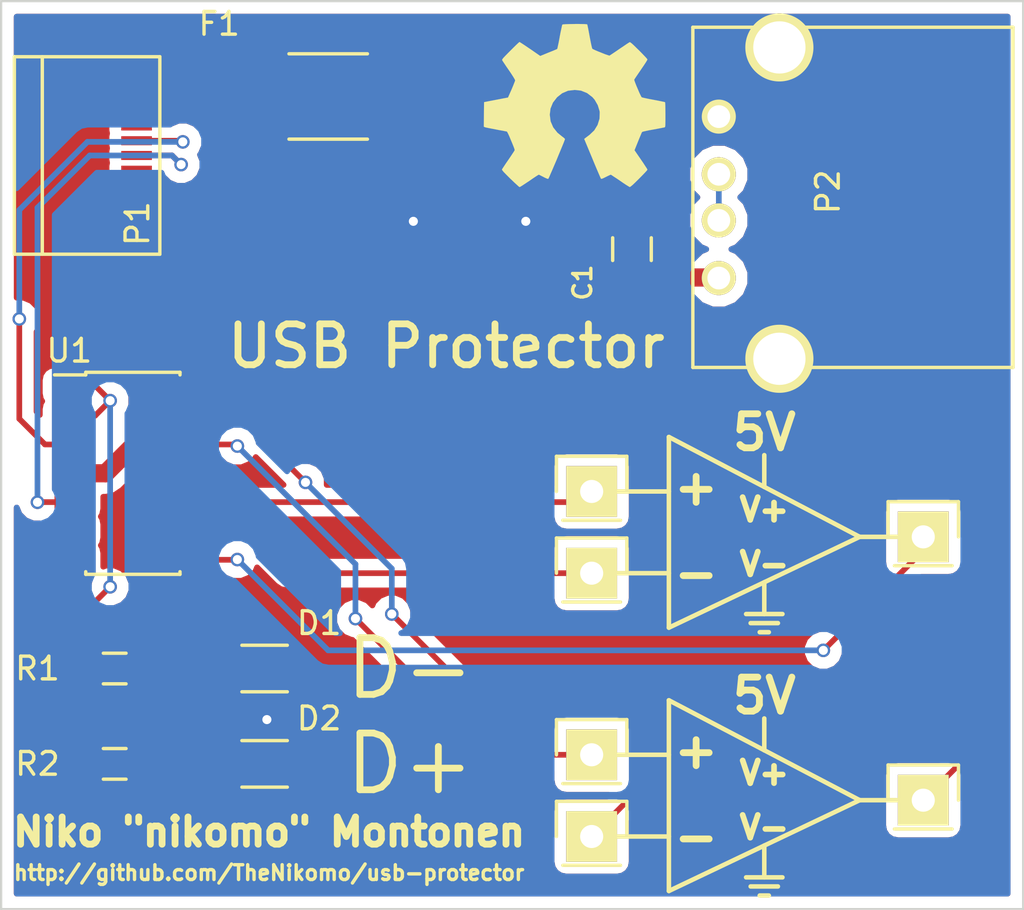
<source format=kicad_pcb>
(kicad_pcb (version 4) (host pcbnew "(2015-06-20 BZR 5796, Git fe7bc27)-product")

  (general
    (links 28)
    (no_connects 0)
    (area 99.949999 59.797266 145.708334 100.050001)
    (thickness 1.6)
    (drawings 41)
    (tracks 105)
    (zones 0)
    (modules 16)
    (nets 18)
  )

  (page A4)
  (layers
    (0 F.Cu signal)
    (31 B.Cu signal)
    (32 B.Adhes user)
    (33 F.Adhes user)
    (34 B.Paste user)
    (35 F.Paste user)
    (36 B.SilkS user)
    (37 F.SilkS user)
    (38 B.Mask user)
    (39 F.Mask user)
    (40 Dwgs.User user)
    (41 Cmts.User user)
    (42 Eco1.User user)
    (43 Eco2.User user)
    (44 Edge.Cuts user)
    (45 Margin user)
    (46 B.CrtYd user)
    (47 F.CrtYd user)
    (48 B.Fab user)
    (49 F.Fab user)
  )

  (setup
    (last_trace_width 0.25)
    (trace_clearance 0.2)
    (zone_clearance 0.508)
    (zone_45_only no)
    (trace_min 0.2)
    (segment_width 0.2)
    (edge_width 0.1)
    (via_size 0.6)
    (via_drill 0.4)
    (via_min_size 0.4)
    (via_min_drill 0.3)
    (uvia_size 0.3)
    (uvia_drill 0.1)
    (uvias_allowed no)
    (uvia_min_size 0.2)
    (uvia_min_drill 0.1)
    (pcb_text_width 0.3)
    (pcb_text_size 1.5 1.5)
    (mod_edge_width 0.15)
    (mod_text_size 1 1)
    (mod_text_width 0.15)
    (pad_size 1.5 1.5)
    (pad_drill 0.6)
    (pad_to_mask_clearance 0)
    (aux_axis_origin 100 100)
    (grid_origin 100 100)
    (visible_elements FFFFFF7F)
    (pcbplotparams
      (layerselection 0x010f0_80000001)
      (usegerberextensions true)
      (excludeedgelayer true)
      (linewidth 0.100000)
      (plotframeref false)
      (viasonmask false)
      (mode 1)
      (useauxorigin false)
      (hpglpennumber 1)
      (hpglpenspeed 20)
      (hpglpendiameter 15)
      (hpglpenoverlay 2)
      (psnegative false)
      (psa4output false)
      (plotreference true)
      (plotvalue true)
      (plotinvisibletext false)
      (padsonsilk false)
      (subtractmaskfromsilk false)
      (outputformat 1)
      (mirror false)
      (drillshape 0)
      (scaleselection 1)
      (outputdirectory gerber/))
  )

  (net 0 "")
  (net 1 +5V)
  (net 2 GND)
  (net 3 "Net-(D1-Pad2)")
  (net 4 "Net-(D2-Pad2)")
  (net 5 "Net-(F1-Pad1)")
  (net 6 HostD-)
  (net 7 HostD+)
  (net 8 "Net-(P1-Pad4)")
  (net 9 "Net-(P2-Pad2)")
  (net 10 "Net-(P3-Pad1)")
  (net 11 "Net-(P4-Pad1)")
  (net 12 "Net-(P5-Pad1)")
  (net 13 "Net-(P6-Pad1)")
  (net 14 "Net-(P7-Pad1)")
  (net 15 "Net-(P8-Pad1)")
  (net 16 "Net-(R1-Pad1)")
  (net 17 "Net-(R2-Pad1)")

  (net_class Default "This is the default net class."
    (clearance 0.2)
    (trace_width 0.25)
    (via_dia 0.6)
    (via_drill 0.4)
    (uvia_dia 0.3)
    (uvia_drill 0.1)
    (add_net GND)
    (add_net HostD+)
    (add_net HostD-)
    (add_net "Net-(D1-Pad2)")
    (add_net "Net-(D2-Pad2)")
    (add_net "Net-(F1-Pad1)")
    (add_net "Net-(P1-Pad4)")
    (add_net "Net-(P2-Pad2)")
    (add_net "Net-(P3-Pad1)")
    (add_net "Net-(P4-Pad1)")
    (add_net "Net-(P5-Pad1)")
    (add_net "Net-(P6-Pad1)")
    (add_net "Net-(P7-Pad1)")
    (add_net "Net-(P8-Pad1)")
    (add_net "Net-(R1-Pad1)")
    (add_net "Net-(R2-Pad1)")
  )

  (net_class +5V ""
    (clearance 0.2)
    (trace_width 0.8)
    (via_dia 0.6)
    (via_drill 0.4)
    (uvia_dia 0.3)
    (uvia_drill 0.1)
    (add_net +5V)
  )

  (module Capacitors_SMD:C_0805_HandSoldering (layer F.Cu) (tedit 55876C5D) (tstamp 55876774)
    (at 127.775 70.925 90)
    (descr "Capacitor SMD 0805, hand soldering")
    (tags "capacitor 0805")
    (path /5585E407)
    (attr smd)
    (fp_text reference C1 (at -1.475 -2.175 90) (layer F.SilkS)
      (effects (font (size 0.8 0.8) (thickness 0.15)))
    )
    (fp_text value 22p (at 1.125 -2.175 90) (layer F.Fab)
      (effects (font (size 0.8 0.8) (thickness 0.15)))
    )
    (fp_line (start -2.3 -1) (end 2.3 -1) (layer F.CrtYd) (width 0.05))
    (fp_line (start -2.3 1) (end 2.3 1) (layer F.CrtYd) (width 0.05))
    (fp_line (start -2.3 -1) (end -2.3 1) (layer F.CrtYd) (width 0.05))
    (fp_line (start 2.3 -1) (end 2.3 1) (layer F.CrtYd) (width 0.05))
    (fp_line (start 0.5 -0.85) (end -0.5 -0.85) (layer F.SilkS) (width 0.15))
    (fp_line (start -0.5 0.85) (end 0.5 0.85) (layer F.SilkS) (width 0.15))
    (pad 1 smd rect (at -1.25 0 90) (size 1.5 1.25) (layers F.Cu F.Paste F.Mask)
      (net 1 +5V))
    (pad 2 smd rect (at 1.25 0 90) (size 1.5 1.25) (layers F.Cu F.Paste F.Mask)
      (net 2 GND))
    (model Capacitors_SMD.3dshapes/C_0805_HandSoldering.wrl
      (at (xyz 0 0 0))
      (scale (xyz 1 1 1))
      (rotate (xyz 0 0 0))
    )
  )

  (module Capacitors_SMD:C_1206_HandSoldering (layer F.Cu) (tedit 55876D84) (tstamp 5587677A)
    (at 111.6 89.4 180)
    (descr "Capacitor SMD 1206, hand soldering")
    (tags "capacitor 1206")
    (path /5585F598)
    (attr smd)
    (fp_text reference D1 (at -2.4 2 180) (layer F.SilkS)
      (effects (font (size 1 1) (thickness 0.15)))
    )
    (fp_text value LED (at 2.2 2 180) (layer F.Fab)
      (effects (font (size 1 1) (thickness 0.15)))
    )
    (fp_line (start -3.3 -1.15) (end 3.3 -1.15) (layer F.CrtYd) (width 0.05))
    (fp_line (start -3.3 1.15) (end 3.3 1.15) (layer F.CrtYd) (width 0.05))
    (fp_line (start -3.3 -1.15) (end -3.3 1.15) (layer F.CrtYd) (width 0.05))
    (fp_line (start 3.3 -1.15) (end 3.3 1.15) (layer F.CrtYd) (width 0.05))
    (fp_line (start 1 -1.025) (end -1 -1.025) (layer F.SilkS) (width 0.15))
    (fp_line (start -1 1.025) (end 1 1.025) (layer F.SilkS) (width 0.15))
    (pad 1 smd rect (at -2 0 180) (size 2 1.6) (layers F.Cu F.Paste F.Mask)
      (net 2 GND))
    (pad 2 smd rect (at 2 0 180) (size 2 1.6) (layers F.Cu F.Paste F.Mask)
      (net 3 "Net-(D1-Pad2)"))
    (model Capacitors_SMD.3dshapes/C_1206_HandSoldering.wrl
      (at (xyz 0 0 0))
      (scale (xyz 1 1 1))
      (rotate (xyz 0 0 0))
    )
  )

  (module Capacitors_SMD:C_1206_HandSoldering (layer F.Cu) (tedit 55876D25) (tstamp 55876780)
    (at 111.6 93.6 180)
    (descr "Capacitor SMD 1206, hand soldering")
    (tags "capacitor 1206")
    (path /5585F80B)
    (attr smd)
    (fp_text reference D2 (at -2.4 2 180) (layer F.SilkS)
      (effects (font (size 1 1) (thickness 0.15)))
    )
    (fp_text value LED (at 2.2 2 180) (layer F.Fab)
      (effects (font (size 1 1) (thickness 0.15)))
    )
    (fp_line (start -3.3 -1.15) (end 3.3 -1.15) (layer F.CrtYd) (width 0.05))
    (fp_line (start -3.3 1.15) (end 3.3 1.15) (layer F.CrtYd) (width 0.05))
    (fp_line (start -3.3 -1.15) (end -3.3 1.15) (layer F.CrtYd) (width 0.05))
    (fp_line (start 3.3 -1.15) (end 3.3 1.15) (layer F.CrtYd) (width 0.05))
    (fp_line (start 1 -1.025) (end -1 -1.025) (layer F.SilkS) (width 0.15))
    (fp_line (start -1 1.025) (end 1 1.025) (layer F.SilkS) (width 0.15))
    (pad 1 smd rect (at -2 0 180) (size 2 1.6) (layers F.Cu F.Paste F.Mask)
      (net 2 GND))
    (pad 2 smd rect (at 2 0 180) (size 2 1.6) (layers F.Cu F.Paste F.Mask)
      (net 4 "Net-(D2-Pad2)"))
    (model Capacitors_SMD.3dshapes/C_1206_HandSoldering.wrl
      (at (xyz 0 0 0))
      (scale (xyz 1 1 1))
      (rotate (xyz 0 0 0))
    )
  )

  (module Resistors_SMD:R_1812_HandSoldering (layer F.Cu) (tedit 5587691D) (tstamp 55876786)
    (at 114.4 64.2)
    (descr "Resistor SMD 1812, hand soldering, Panasonic (see ERJ12)")
    (tags "resistor 1812")
    (path /5585F980)
    (attr smd)
    (fp_text reference F1 (at -4.8 -3.2) (layer F.SilkS)
      (effects (font (size 1 1) (thickness 0.15)))
    )
    (fp_text value 500mA+ (at 2.4 -3.2) (layer F.Fab)
      (effects (font (size 1 1) (thickness 0.15)))
    )
    (fp_line (start -5.4356 -2.2352) (end 5.4356 -2.2352) (layer F.CrtYd) (width 0.05))
    (fp_line (start 5.4356 -2.2352) (end 5.4356 2.2352) (layer F.CrtYd) (width 0.05))
    (fp_line (start 5.4356 2.2352) (end -5.4356 2.2352) (layer F.CrtYd) (width 0.05))
    (fp_line (start -5.4356 2.2352) (end -5.4356 -2.2352) (layer F.CrtYd) (width 0.05))
    (fp_line (start -1.7272 1.8796) (end 1.7272 1.8796) (layer F.SilkS) (width 0.15))
    (fp_line (start -1.7272 -1.8796) (end 1.7272 -1.8796) (layer F.SilkS) (width 0.15))
    (pad 1 smd rect (at -3.4036 0) (size 3.5 3.5) (layers F.Cu F.Paste F.Mask)
      (net 5 "Net-(F1-Pad1)"))
    (pad 2 smd rect (at 3.4036 0) (size 3.5 3.5) (layers F.Cu F.Paste F.Mask)
      (net 1 +5V))
  )

  (module USB_microUSB_B_SMD:USB_Micro-B-SMD (layer F.Cu) (tedit 558769AF) (tstamp 55876791)
    (at 104.4 66.8 270)
    (descr "Micro USB Type B Receptacle")
    (tags "USB USB_B USB_micro USB_OTG")
    (path /5585DB36)
    (attr smd)
    (fp_text reference P1 (at 3 -1.6 270) (layer F.SilkS)
      (effects (font (size 1 1) (thickness 0.15)))
    )
    (fp_text value USB_OTG (at 0 0.8 270) (layer F.Fab)
      (effects (font (size 0.5 0.5) (thickness 0.125)))
    )
    (fp_line (start -4.6 -2.8) (end 4.6 -2.8) (layer F.CrtYd) (width 0.05))
    (fp_line (start 4.6 -2.8) (end 4.6 4.05) (layer F.CrtYd) (width 0.05))
    (fp_line (start 4.6 4.05) (end -4.6 4.05) (layer F.CrtYd) (width 0.05))
    (fp_line (start -4.6 4.05) (end -4.6 -2.8) (layer F.CrtYd) (width 0.05))
    (fp_line (start -4.3509 3.81746) (end 4.3491 3.81746) (layer F.SilkS) (width 0.15))
    (fp_line (start -4.3509 -2.58754) (end 4.3491 -2.58754) (layer F.SilkS) (width 0.15))
    (fp_line (start 4.3491 -2.58754) (end 4.3491 3.81746) (layer F.SilkS) (width 0.15))
    (fp_line (start 4.3491 2.58746) (end -4.3509 2.58746) (layer F.SilkS) (width 0.15))
    (fp_line (start -4.3509 3.81746) (end -4.3509 -2.58754) (layer F.SilkS) (width 0.15))
    (pad 6 smd rect (at 5 0.5) (size 1.85 2.4) (layers F.Cu F.Paste F.Mask)
      (net 2 GND))
    (pad 6 smd rect (at -5 0.5) (size 1.85 2.4) (layers F.Cu F.Paste F.Mask)
      (net 2 GND))
    (pad 1 smd rect (at -1.3009 -1.56254) (size 1.35 0.4) (layers F.Cu F.Paste F.Mask)
      (net 5 "Net-(F1-Pad1)"))
    (pad 2 smd rect (at -0.6509 -1.56254) (size 1.35 0.4) (layers F.Cu F.Paste F.Mask)
      (net 6 HostD-))
    (pad 3 smd rect (at -0.0009 -1.56254) (size 1.35 0.4) (layers F.Cu F.Paste F.Mask)
      (net 7 HostD+))
    (pad 4 smd rect (at 0.6491 -1.56254) (size 1.35 0.4) (layers F.Cu F.Paste F.Mask)
      (net 8 "Net-(P1-Pad4)"))
    (pad 5 smd rect (at 1.2991 -1.56254) (size 1.35 0.4) (layers F.Cu F.Paste F.Mask)
      (net 2 GND))
  )

  (module Connect:USB_A (layer F.Cu) (tedit 55876F53) (tstamp 5587679B)
    (at 131.6 72.2 90)
    (descr "USB A connector")
    (tags "USB USB_A")
    (path /5585DCA3)
    (fp_text reference P2 (at 3.8 4.8 90) (layer F.SilkS)
      (effects (font (size 1 1) (thickness 0.15)))
    )
    (fp_text value USB_A (at 3.83794 7.43458 90) (layer F.Fab)
      (effects (font (size 1 1) (thickness 0.15)))
    )
    (fp_line (start -5.3 13.2) (end -5.3 -1.4) (layer F.CrtYd) (width 0.05))
    (fp_line (start 11.95 -1.4) (end 11.95 13.2) (layer F.CrtYd) (width 0.05))
    (fp_line (start -5.3 13.2) (end 11.95 13.2) (layer F.CrtYd) (width 0.05))
    (fp_line (start -5.3 -1.4) (end 11.95 -1.4) (layer F.CrtYd) (width 0.05))
    (fp_line (start 11.04986 -1.14512) (end 11.04986 12.95188) (layer F.SilkS) (width 0.15))
    (fp_line (start -3.93614 12.95188) (end -3.93614 -1.14512) (layer F.SilkS) (width 0.15))
    (fp_line (start 11.04986 -1.14512) (end -3.93614 -1.14512) (layer F.SilkS) (width 0.15))
    (fp_line (start 11.04986 12.95188) (end -3.93614 12.95188) (layer F.SilkS) (width 0.15))
    (pad 4 thru_hole circle (at 7.11286 -0.00212) (size 1.50114 1.50114) (drill 1.00076) (layers *.Cu *.Mask F.SilkS)
      (net 2 GND))
    (pad 3 thru_hole circle (at 4.57286 -0.00212) (size 1.50114 1.50114) (drill 1.00076) (layers *.Cu *.Mask F.SilkS)
      (net 9 "Net-(P2-Pad2)"))
    (pad 2 thru_hole circle (at 2.54086 -0.00212) (size 1.50114 1.50114) (drill 1.00076) (layers *.Cu *.Mask F.SilkS)
      (net 9 "Net-(P2-Pad2)"))
    (pad 1 thru_hole circle (at 0.00086 -0.00212) (size 1.50114 1.50114) (drill 1.00076) (layers *.Cu *.Mask F.SilkS)
      (net 1 +5V))
    (pad 5 thru_hole circle (at 10.16086 2.66488) (size 2.99974 2.99974) (drill 2.30124) (layers *.Cu *.Mask F.SilkS)
      (net 2 GND))
    (pad 5 thru_hole circle (at -3.55514 2.66488) (size 2.99974 2.99974) (drill 2.30124) (layers *.Cu *.Mask F.SilkS)
      (net 2 GND))
    (model Connect.3dshapes/USB_A.wrl
      (at (xyz 0.14 0 0))
      (scale (xyz 1 1 1))
      (rotate (xyz 0 0 90))
    )
  )

  (module Pin_Headers:Pin_Header_Straight_1x01 (layer F.Cu) (tedit 55876FE9) (tstamp 558767A0)
    (at 126 81.6)
    (descr "Through hole pin header")
    (tags "pin header")
    (path /558608E8)
    (fp_text reference P3 (at 0 -5.1) (layer F.SilkS) hide
      (effects (font (size 1 1) (thickness 0.15)))
    )
    (fp_text value CONN_01X01 (at 0 -3.1) (layer F.Fab) hide
      (effects (font (size 1 1) (thickness 0.15)))
    )
    (fp_line (start 1.55 -1.55) (end 1.55 0) (layer F.SilkS) (width 0.15))
    (fp_line (start -1.75 -1.75) (end -1.75 1.75) (layer F.CrtYd) (width 0.05))
    (fp_line (start 1.75 -1.75) (end 1.75 1.75) (layer F.CrtYd) (width 0.05))
    (fp_line (start -1.75 -1.75) (end 1.75 -1.75) (layer F.CrtYd) (width 0.05))
    (fp_line (start -1.75 1.75) (end 1.75 1.75) (layer F.CrtYd) (width 0.05))
    (fp_line (start -1.55 0) (end -1.55 -1.55) (layer F.SilkS) (width 0.15))
    (fp_line (start -1.55 -1.55) (end 1.55 -1.55) (layer F.SilkS) (width 0.15))
    (fp_line (start -1.27 1.27) (end 1.27 1.27) (layer F.SilkS) (width 0.15))
    (pad 1 thru_hole rect (at 0 0) (size 2.2352 2.2352) (drill 1.016) (layers *.Cu *.Mask F.SilkS)
      (net 10 "Net-(P3-Pad1)"))
    (model Pin_Headers.3dshapes/Pin_Header_Straight_1x01.wrl
      (at (xyz 0 0 0))
      (scale (xyz 1 1 1))
      (rotate (xyz 0 0 90))
    )
  )

  (module Pin_Headers:Pin_Header_Straight_1x01 (layer F.Cu) (tedit 55876FF1) (tstamp 558767A5)
    (at 126 85.2)
    (descr "Through hole pin header")
    (tags "pin header")
    (path /55860A23)
    (fp_text reference P4 (at 0 -5.1) (layer F.SilkS) hide
      (effects (font (size 1 1) (thickness 0.15)))
    )
    (fp_text value CONN_01X01 (at 0 -3.1) (layer F.Fab) hide
      (effects (font (size 1 1) (thickness 0.15)))
    )
    (fp_line (start 1.55 -1.55) (end 1.55 0) (layer F.SilkS) (width 0.15))
    (fp_line (start -1.75 -1.75) (end -1.75 1.75) (layer F.CrtYd) (width 0.05))
    (fp_line (start 1.75 -1.75) (end 1.75 1.75) (layer F.CrtYd) (width 0.05))
    (fp_line (start -1.75 -1.75) (end 1.75 -1.75) (layer F.CrtYd) (width 0.05))
    (fp_line (start -1.75 1.75) (end 1.75 1.75) (layer F.CrtYd) (width 0.05))
    (fp_line (start -1.55 0) (end -1.55 -1.55) (layer F.SilkS) (width 0.15))
    (fp_line (start -1.55 -1.55) (end 1.55 -1.55) (layer F.SilkS) (width 0.15))
    (fp_line (start -1.27 1.27) (end 1.27 1.27) (layer F.SilkS) (width 0.15))
    (pad 1 thru_hole rect (at 0 0) (size 2.2352 2.2352) (drill 1.016) (layers *.Cu *.Mask F.SilkS)
      (net 11 "Net-(P4-Pad1)"))
    (model Pin_Headers.3dshapes/Pin_Header_Straight_1x01.wrl
      (at (xyz 0 0 0))
      (scale (xyz 1 1 1))
      (rotate (xyz 0 0 90))
    )
  )

  (module Pin_Headers:Pin_Header_Straight_1x01 (layer F.Cu) (tedit 55876FF6) (tstamp 558767AA)
    (at 140.6 83.6)
    (descr "Through hole pin header")
    (tags "pin header")
    (path /55860CBD)
    (fp_text reference P5 (at 0 -5.1) (layer F.SilkS) hide
      (effects (font (size 1 1) (thickness 0.15)))
    )
    (fp_text value CONN_01X01 (at 0 -3.1) (layer F.Fab) hide
      (effects (font (size 1 1) (thickness 0.15)))
    )
    (fp_line (start 1.55 -1.55) (end 1.55 0) (layer F.SilkS) (width 0.15))
    (fp_line (start -1.75 -1.75) (end -1.75 1.75) (layer F.CrtYd) (width 0.05))
    (fp_line (start 1.75 -1.75) (end 1.75 1.75) (layer F.CrtYd) (width 0.05))
    (fp_line (start -1.75 -1.75) (end 1.75 -1.75) (layer F.CrtYd) (width 0.05))
    (fp_line (start -1.75 1.75) (end 1.75 1.75) (layer F.CrtYd) (width 0.05))
    (fp_line (start -1.55 0) (end -1.55 -1.55) (layer F.SilkS) (width 0.15))
    (fp_line (start -1.55 -1.55) (end 1.55 -1.55) (layer F.SilkS) (width 0.15))
    (fp_line (start -1.27 1.27) (end 1.27 1.27) (layer F.SilkS) (width 0.15))
    (pad 1 thru_hole rect (at 0 0) (size 2.2352 2.2352) (drill 1.016) (layers *.Cu *.Mask F.SilkS)
      (net 12 "Net-(P5-Pad1)"))
    (model Pin_Headers.3dshapes/Pin_Header_Straight_1x01.wrl
      (at (xyz 0 0 0))
      (scale (xyz 1 1 1))
      (rotate (xyz 0 0 90))
    )
  )

  (module Pin_Headers:Pin_Header_Straight_1x01 (layer F.Cu) (tedit 55877215) (tstamp 558767AF)
    (at 126 93.2)
    (descr "Through hole pin header")
    (tags "pin header")
    (path /55860F30)
    (fp_text reference P6 (at 0 -5.1) (layer F.SilkS) hide
      (effects (font (size 1 1) (thickness 0.15)))
    )
    (fp_text value CONN_01X01 (at 0 -3.1) (layer F.Fab) hide
      (effects (font (size 1 1) (thickness 0.15)))
    )
    (fp_line (start 1.55 -1.55) (end 1.55 0) (layer F.SilkS) (width 0.15))
    (fp_line (start -1.75 -1.75) (end -1.75 1.75) (layer F.CrtYd) (width 0.05))
    (fp_line (start 1.75 -1.75) (end 1.75 1.75) (layer F.CrtYd) (width 0.05))
    (fp_line (start -1.75 -1.75) (end 1.75 -1.75) (layer F.CrtYd) (width 0.05))
    (fp_line (start -1.75 1.75) (end 1.75 1.75) (layer F.CrtYd) (width 0.05))
    (fp_line (start -1.55 0) (end -1.55 -1.55) (layer F.SilkS) (width 0.15))
    (fp_line (start -1.55 -1.55) (end 1.55 -1.55) (layer F.SilkS) (width 0.15))
    (fp_line (start -1.27 1.27) (end 1.27 1.27) (layer F.SilkS) (width 0.15))
    (pad 1 thru_hole rect (at 0 0) (size 2.2352 2.2352) (drill 1.016) (layers *.Cu *.Mask F.SilkS)
      (net 13 "Net-(P6-Pad1)"))
    (model Pin_Headers.3dshapes/Pin_Header_Straight_1x01.wrl
      (at (xyz 0 0 0))
      (scale (xyz 1 1 1))
      (rotate (xyz 0 0 90))
    )
  )

  (module Pin_Headers:Pin_Header_Straight_1x01 (layer F.Cu) (tedit 5587720D) (tstamp 558767B4)
    (at 126 96.8)
    (descr "Through hole pin header")
    (tags "pin header")
    (path /55860F6F)
    (fp_text reference P7 (at 0 -5.1) (layer F.SilkS) hide
      (effects (font (size 1 1) (thickness 0.15)))
    )
    (fp_text value CONN_01X01 (at 0 -3.1) (layer F.Fab) hide
      (effects (font (size 1 1) (thickness 0.15)))
    )
    (fp_line (start 1.55 -1.55) (end 1.55 0) (layer F.SilkS) (width 0.15))
    (fp_line (start -1.75 -1.75) (end -1.75 1.75) (layer F.CrtYd) (width 0.05))
    (fp_line (start 1.75 -1.75) (end 1.75 1.75) (layer F.CrtYd) (width 0.05))
    (fp_line (start -1.75 -1.75) (end 1.75 -1.75) (layer F.CrtYd) (width 0.05))
    (fp_line (start -1.75 1.75) (end 1.75 1.75) (layer F.CrtYd) (width 0.05))
    (fp_line (start -1.55 0) (end -1.55 -1.55) (layer F.SilkS) (width 0.15))
    (fp_line (start -1.55 -1.55) (end 1.55 -1.55) (layer F.SilkS) (width 0.15))
    (fp_line (start -1.27 1.27) (end 1.27 1.27) (layer F.SilkS) (width 0.15))
    (pad 1 thru_hole rect (at 0 0) (size 2.2352 2.2352) (drill 1.016) (layers *.Cu *.Mask F.SilkS)
      (net 14 "Net-(P7-Pad1)"))
    (model Pin_Headers.3dshapes/Pin_Header_Straight_1x01.wrl
      (at (xyz 0 0 0))
      (scale (xyz 1 1 1))
      (rotate (xyz 0 0 90))
    )
  )

  (module Pin_Headers:Pin_Header_Straight_1x01 (layer F.Cu) (tedit 5587721B) (tstamp 558767B9)
    (at 140.6 95.2)
    (descr "Through hole pin header")
    (tags "pin header")
    (path /55860FA1)
    (fp_text reference P8 (at 0 -5.1) (layer F.SilkS) hide
      (effects (font (size 1 1) (thickness 0.15)))
    )
    (fp_text value CONN_01X01 (at 0 -3.1) (layer F.Fab) hide
      (effects (font (size 1 1) (thickness 0.15)))
    )
    (fp_line (start 1.55 -1.55) (end 1.55 0) (layer F.SilkS) (width 0.15))
    (fp_line (start -1.75 -1.75) (end -1.75 1.75) (layer F.CrtYd) (width 0.05))
    (fp_line (start 1.75 -1.75) (end 1.75 1.75) (layer F.CrtYd) (width 0.05))
    (fp_line (start -1.75 -1.75) (end 1.75 -1.75) (layer F.CrtYd) (width 0.05))
    (fp_line (start -1.75 1.75) (end 1.75 1.75) (layer F.CrtYd) (width 0.05))
    (fp_line (start -1.55 0) (end -1.55 -1.55) (layer F.SilkS) (width 0.15))
    (fp_line (start -1.55 -1.55) (end 1.55 -1.55) (layer F.SilkS) (width 0.15))
    (fp_line (start -1.27 1.27) (end 1.27 1.27) (layer F.SilkS) (width 0.15))
    (pad 1 thru_hole rect (at 0 0) (size 2.2352 2.2352) (drill 1.016) (layers *.Cu *.Mask F.SilkS)
      (net 15 "Net-(P8-Pad1)"))
    (model Pin_Headers.3dshapes/Pin_Header_Straight_1x01.wrl
      (at (xyz 0 0 0))
      (scale (xyz 1 1 1))
      (rotate (xyz 0 0 90))
    )
  )

  (module Resistors_SMD:R_0603_HandSoldering (layer F.Cu) (tedit 55876D78) (tstamp 558767BF)
    (at 105 89.4)
    (descr "Resistor SMD 0603, hand soldering")
    (tags "resistor 0603")
    (path /5585F51C)
    (attr smd)
    (fp_text reference R1 (at -3.4 0) (layer F.SilkS)
      (effects (font (size 1 1) (thickness 0.15)))
    )
    (fp_text value 240R (at 0 -1.6) (layer F.Fab)
      (effects (font (size 1 1) (thickness 0.15)))
    )
    (fp_line (start -2 -0.8) (end 2 -0.8) (layer F.CrtYd) (width 0.05))
    (fp_line (start -2 0.8) (end 2 0.8) (layer F.CrtYd) (width 0.05))
    (fp_line (start -2 -0.8) (end -2 0.8) (layer F.CrtYd) (width 0.05))
    (fp_line (start 2 -0.8) (end 2 0.8) (layer F.CrtYd) (width 0.05))
    (fp_line (start 0.5 0.675) (end -0.5 0.675) (layer F.SilkS) (width 0.15))
    (fp_line (start -0.5 -0.675) (end 0.5 -0.675) (layer F.SilkS) (width 0.15))
    (pad 1 smd rect (at -1.1 0) (size 1.2 0.9) (layers F.Cu F.Paste F.Mask)
      (net 16 "Net-(R1-Pad1)"))
    (pad 2 smd rect (at 1.1 0) (size 1.2 0.9) (layers F.Cu F.Paste F.Mask)
      (net 3 "Net-(D1-Pad2)"))
    (model Resistors_SMD.3dshapes/R_0603_HandSoldering.wrl
      (at (xyz 0 0 0))
      (scale (xyz 1 1 1))
      (rotate (xyz 0 0 0))
    )
  )

  (module Resistors_SMD:R_0603_HandSoldering (layer F.Cu) (tedit 55876D79) (tstamp 558767C5)
    (at 105 93.6)
    (descr "Resistor SMD 0603, hand soldering")
    (tags "resistor 0603")
    (path /5585F77E)
    (attr smd)
    (fp_text reference R2 (at -3.4 0) (layer F.SilkS)
      (effects (font (size 1 1) (thickness 0.15)))
    )
    (fp_text value 240R (at 0 -1.6) (layer F.Fab)
      (effects (font (size 1 1) (thickness 0.15)))
    )
    (fp_line (start -2 -0.8) (end 2 -0.8) (layer F.CrtYd) (width 0.05))
    (fp_line (start -2 0.8) (end 2 0.8) (layer F.CrtYd) (width 0.05))
    (fp_line (start -2 -0.8) (end -2 0.8) (layer F.CrtYd) (width 0.05))
    (fp_line (start 2 -0.8) (end 2 0.8) (layer F.CrtYd) (width 0.05))
    (fp_line (start 0.5 0.675) (end -0.5 0.675) (layer F.SilkS) (width 0.15))
    (fp_line (start -0.5 -0.675) (end 0.5 -0.675) (layer F.SilkS) (width 0.15))
    (pad 1 smd rect (at -1.1 0) (size 1.2 0.9) (layers F.Cu F.Paste F.Mask)
      (net 17 "Net-(R2-Pad1)"))
    (pad 2 smd rect (at 1.1 0) (size 1.2 0.9) (layers F.Cu F.Paste F.Mask)
      (net 4 "Net-(D2-Pad2)"))
    (model Resistors_SMD.3dshapes/R_0603_HandSoldering.wrl
      (at (xyz 0 0 0))
      (scale (xyz 1 1 1))
      (rotate (xyz 0 0 0))
    )
  )

  (module Housings_SOIC:SOIC-14_3.9x8.7mm_Pitch1.27mm (layer F.Cu) (tedit 55876D5B) (tstamp 558767D7)
    (at 105.8 80.8)
    (descr "14-Lead Plastic Small Outline (SL) - Narrow, 3.90 mm Body [SOIC] (see Microchip Packaging Specification 00000049BS.pdf)")
    (tags "SOIC 1.27")
    (path /5585EF97)
    (attr smd)
    (fp_text reference U1 (at -2.8 -5.4) (layer F.SilkS)
      (effects (font (size 1 1) (thickness 0.15)))
    )
    (fp_text value LM324 (at 1.4 -5.4) (layer F.Fab)
      (effects (font (size 1 1) (thickness 0.15)))
    )
    (fp_line (start -3.7 -4.65) (end -3.7 4.65) (layer F.CrtYd) (width 0.05))
    (fp_line (start 3.7 -4.65) (end 3.7 4.65) (layer F.CrtYd) (width 0.05))
    (fp_line (start -3.7 -4.65) (end 3.7 -4.65) (layer F.CrtYd) (width 0.05))
    (fp_line (start -3.7 4.65) (end 3.7 4.65) (layer F.CrtYd) (width 0.05))
    (fp_line (start -2.075 -4.45) (end -2.075 -4.335) (layer F.SilkS) (width 0.15))
    (fp_line (start 2.075 -4.45) (end 2.075 -4.335) (layer F.SilkS) (width 0.15))
    (fp_line (start 2.075 4.45) (end 2.075 4.335) (layer F.SilkS) (width 0.15))
    (fp_line (start -2.075 4.45) (end -2.075 4.335) (layer F.SilkS) (width 0.15))
    (fp_line (start -2.075 -4.45) (end 2.075 -4.45) (layer F.SilkS) (width 0.15))
    (fp_line (start -2.075 4.45) (end 2.075 4.45) (layer F.SilkS) (width 0.15))
    (fp_line (start -2.075 -4.335) (end -3.45 -4.335) (layer F.SilkS) (width 0.15))
    (pad 1 smd rect (at -2.7 -3.81) (size 1.5 0.6) (layers F.Cu F.Paste F.Mask)
      (net 16 "Net-(R1-Pad1)"))
    (pad 2 smd rect (at -2.7 -2.54) (size 1.5 0.6) (layers F.Cu F.Paste F.Mask)
      (net 16 "Net-(R1-Pad1)"))
    (pad 3 smd rect (at -2.7 -1.27) (size 1.5 0.6) (layers F.Cu F.Paste F.Mask)
      (net 6 HostD-))
    (pad 4 smd rect (at -2.7 0) (size 1.5 0.6) (layers F.Cu F.Paste F.Mask)
      (net 1 +5V))
    (pad 5 smd rect (at -2.7 1.27) (size 1.5 0.6) (layers F.Cu F.Paste F.Mask)
      (net 7 HostD+))
    (pad 6 smd rect (at -2.7 2.54) (size 1.5 0.6) (layers F.Cu F.Paste F.Mask)
      (net 17 "Net-(R2-Pad1)"))
    (pad 7 smd rect (at -2.7 3.81) (size 1.5 0.6) (layers F.Cu F.Paste F.Mask)
      (net 17 "Net-(R2-Pad1)"))
    (pad 8 smd rect (at 2.7 3.81) (size 1.5 0.6) (layers F.Cu F.Paste F.Mask)
      (net 12 "Net-(P5-Pad1)"))
    (pad 9 smd rect (at 2.7 2.54) (size 1.5 0.6) (layers F.Cu F.Paste F.Mask)
      (net 11 "Net-(P4-Pad1)"))
    (pad 10 smd rect (at 2.7 1.27) (size 1.5 0.6) (layers F.Cu F.Paste F.Mask)
      (net 10 "Net-(P3-Pad1)"))
    (pad 11 smd rect (at 2.7 0) (size 1.5 0.6) (layers F.Cu F.Paste F.Mask)
      (net 2 GND))
    (pad 12 smd rect (at 2.7 -1.27) (size 1.5 0.6) (layers F.Cu F.Paste F.Mask)
      (net 13 "Net-(P6-Pad1)"))
    (pad 13 smd rect (at 2.7 -2.54) (size 1.5 0.6) (layers F.Cu F.Paste F.Mask)
      (net 14 "Net-(P7-Pad1)"))
    (pad 14 smd rect (at 2.7 -3.81) (size 1.5 0.6) (layers F.Cu F.Paste F.Mask)
      (net 15 "Net-(P8-Pad1)"))
    (model Housings_SOIC.3dshapes/SOIC-14_3.9x8.7mm_Pitch1.27mm.wrl
      (at (xyz 0 0 0))
      (scale (xyz 1 1 1))
      (rotate (xyz 0 0 0))
    )
  )

  (module OSHW-logo:OSHW-logo_silkscreen-front_8mm (layer F.Cu) (tedit 0) (tstamp 55876FB3)
    (at 125.25 64.6)
    (fp_text reference G*** (at 0 4.2418) (layer F.SilkS) hide
      (effects (font (size 0.36322 0.36322) (thickness 0.07112)))
    )
    (fp_text value OSHW-logo_silkscreen-front_8mm (at 0 -4.2418) (layer F.SilkS) hide
      (effects (font (size 0.36322 0.36322) (thickness 0.07112)))
    )
    (fp_poly (pts (xy -2.42316 3.59156) (xy -2.38252 3.57124) (xy -2.28854 3.51282) (xy -2.15392 3.42392)
      (xy -1.99644 3.31978) (xy -1.83896 3.21056) (xy -1.70942 3.1242) (xy -1.61798 3.06578)
      (xy -1.57988 3.04546) (xy -1.55956 3.05054) (xy -1.48336 3.08864) (xy -1.37414 3.14452)
      (xy -1.31064 3.17754) (xy -1.21158 3.22072) (xy -1.16078 3.23088) (xy -1.15316 3.21564)
      (xy -1.11506 3.13944) (xy -1.05918 3.00736) (xy -0.98298 2.83464) (xy -0.89662 2.63144)
      (xy -0.80264 2.413) (xy -0.7112 2.18948) (xy -0.6223 1.97612) (xy -0.54356 1.78562)
      (xy -0.48006 1.63068) (xy -0.43942 1.52146) (xy -0.42418 1.47574) (xy -0.42926 1.46558)
      (xy -0.48006 1.41732) (xy -0.56642 1.35128) (xy -0.75692 1.19634) (xy -0.94234 0.96266)
      (xy -1.05664 0.6985) (xy -1.09474 0.40386) (xy -1.06172 0.13208) (xy -0.95504 -0.12954)
      (xy -0.77216 -0.36576) (xy -0.55118 -0.54102) (xy -0.2921 -0.65278) (xy 0 -0.68834)
      (xy 0.2794 -0.65786) (xy 0.5461 -0.55118) (xy 0.78232 -0.37084) (xy 0.88138 -0.25654)
      (xy 1.01854 -0.01778) (xy 1.09728 0.23876) (xy 1.1049 0.30226) (xy 1.09474 0.5842)
      (xy 1.01092 0.85344) (xy 0.8636 1.09474) (xy 0.65786 1.29032) (xy 0.62992 1.31064)
      (xy 0.53594 1.38176) (xy 0.47244 1.43002) (xy 0.42164 1.47066) (xy 0.77978 2.33172)
      (xy 0.83566 2.46888) (xy 0.93472 2.7051) (xy 1.02108 2.9083) (xy 1.08966 3.06832)
      (xy 1.13792 3.17754) (xy 1.15824 3.22072) (xy 1.16078 3.22326) (xy 1.19126 3.22834)
      (xy 1.2573 3.20294) (xy 1.37668 3.14452) (xy 1.45796 3.10388) (xy 1.5494 3.0607)
      (xy 1.59004 3.04546) (xy 1.6256 3.06324) (xy 1.71196 3.12166) (xy 1.8415 3.20548)
      (xy 1.9939 3.30962) (xy 2.14122 3.41122) (xy 2.27584 3.50012) (xy 2.3749 3.56108)
      (xy 2.42316 3.58902) (xy 2.43078 3.58902) (xy 2.47142 3.56362) (xy 2.55016 3.50012)
      (xy 2.667 3.38836) (xy 2.8321 3.2258) (xy 2.8575 3.2004) (xy 2.99466 3.0607)
      (xy 3.10642 2.94386) (xy 3.18008 2.86258) (xy 3.20548 2.82448) (xy 3.20548 2.82448)
      (xy 3.18262 2.77622) (xy 3.11912 2.6797) (xy 3.03022 2.54254) (xy 2.921 2.38252)
      (xy 2.63652 1.9685) (xy 2.794 1.57734) (xy 2.84226 1.45796) (xy 2.90322 1.31318)
      (xy 2.9464 1.20904) (xy 2.9718 1.16332) (xy 3.01244 1.14808) (xy 3.12166 1.12268)
      (xy 3.2766 1.08966) (xy 3.45948 1.05664) (xy 3.63728 1.02362) (xy 3.7973 0.99314)
      (xy 3.9116 0.97028) (xy 3.9624 0.96012) (xy 3.9751 0.9525) (xy 3.98526 0.9271)
      (xy 3.99288 0.87376) (xy 3.99542 0.77724) (xy 3.99796 0.62484) (xy 3.99796 0.40386)
      (xy 3.99796 0.381) (xy 3.99542 0.17018) (xy 3.99288 0.00254) (xy 3.9878 -0.10668)
      (xy 3.98018 -0.14986) (xy 3.98018 -0.14986) (xy 3.92938 -0.16256) (xy 3.81762 -0.18542)
      (xy 3.6576 -0.21844) (xy 3.4671 -0.254) (xy 3.45694 -0.25654) (xy 3.26644 -0.2921)
      (xy 3.10896 -0.32512) (xy 2.9972 -0.35052) (xy 2.95148 -0.36576) (xy 2.94132 -0.37846)
      (xy 2.90322 -0.45212) (xy 2.84734 -0.56896) (xy 2.78638 -0.71374) (xy 2.72288 -0.86106)
      (xy 2.66954 -0.99568) (xy 2.63398 -1.09474) (xy 2.62382 -1.14046) (xy 2.62382 -1.14046)
      (xy 2.65176 -1.18618) (xy 2.7178 -1.28524) (xy 2.80924 -1.41986) (xy 2.921 -1.58242)
      (xy 2.92862 -1.59512) (xy 3.03784 -1.75514) (xy 3.12674 -1.88976) (xy 3.18516 -1.98628)
      (xy 3.20548 -2.02946) (xy 3.20548 -2.032) (xy 3.16992 -2.08026) (xy 3.08864 -2.16916)
      (xy 2.9718 -2.29108) (xy 2.8321 -2.43332) (xy 2.78638 -2.4765) (xy 2.63144 -2.6289)
      (xy 2.52476 -2.72796) (xy 2.45618 -2.7813) (xy 2.42316 -2.794) (xy 2.42316 -2.79146)
      (xy 2.3749 -2.76352) (xy 2.2733 -2.69748) (xy 2.13614 -2.6035) (xy 1.97358 -2.49428)
      (xy 1.96342 -2.48666) (xy 1.8034 -2.37744) (xy 1.67132 -2.28854) (xy 1.5748 -2.22504)
      (xy 1.53416 -2.19964) (xy 1.52654 -2.19964) (xy 1.46304 -2.21996) (xy 1.34874 -2.25806)
      (xy 1.20904 -2.31394) (xy 1.06172 -2.37236) (xy 0.9271 -2.42824) (xy 0.8255 -2.4765)
      (xy 0.77724 -2.5019) (xy 0.77724 -2.50444) (xy 0.75946 -2.56286) (xy 0.73152 -2.68224)
      (xy 0.6985 -2.84734) (xy 0.6604 -3.04292) (xy 0.65532 -3.0734) (xy 0.61976 -3.2639)
      (xy 0.58928 -3.42138) (xy 0.56642 -3.5306) (xy 0.55372 -3.57632) (xy 0.52832 -3.5814)
      (xy 0.43434 -3.58902) (xy 0.2921 -3.59156) (xy 0.11938 -3.5941) (xy -0.06096 -3.59156)
      (xy -0.23622 -3.58902) (xy -0.38862 -3.58394) (xy -0.4953 -3.57632) (xy -0.54102 -3.56616)
      (xy -0.54356 -3.56362) (xy -0.5588 -3.5052) (xy -0.5842 -3.38582) (xy -0.61976 -3.22072)
      (xy -0.65786 -3.0226) (xy -0.66294 -2.98958) (xy -0.6985 -2.79908) (xy -0.73152 -2.64414)
      (xy -0.75438 -2.53492) (xy -0.76708 -2.49428) (xy -0.78232 -2.48412) (xy -0.86106 -2.4511)
      (xy -0.98806 -2.39776) (xy -1.14808 -2.33426) (xy -1.51384 -2.1844) (xy -1.96088 -2.49428)
      (xy -2.00406 -2.52222) (xy -2.16408 -2.63144) (xy -2.2987 -2.72034) (xy -2.39014 -2.77876)
      (xy -2.42824 -2.80162) (xy -2.43078 -2.79908) (xy -2.4765 -2.76098) (xy -2.5654 -2.67716)
      (xy -2.68732 -2.55778) (xy -2.82702 -2.41808) (xy -2.93116 -2.31394) (xy -3.05562 -2.18694)
      (xy -3.13436 -2.10312) (xy -3.17754 -2.04724) (xy -3.19278 -2.01422) (xy -3.1877 -1.9939)
      (xy -3.15976 -1.94818) (xy -3.09372 -1.84912) (xy -3.00228 -1.71196) (xy -2.89306 -1.55448)
      (xy -2.80162 -1.41986) (xy -2.7051 -1.27) (xy -2.6416 -1.16332) (xy -2.61874 -1.10998)
      (xy -2.62382 -1.08712) (xy -2.65684 -1.00076) (xy -2.71018 -0.86614) (xy -2.77622 -0.70866)
      (xy -2.9337 -0.35306) (xy -3.16738 -0.30988) (xy -3.30708 -0.28194) (xy -3.5052 -0.24384)
      (xy -3.69316 -0.20828) (xy -3.9878 -0.14986) (xy -3.99796 0.93218) (xy -3.95224 0.9525)
      (xy -3.90906 0.9652) (xy -3.79984 0.98806) (xy -3.6449 1.01854) (xy -3.45948 1.0541)
      (xy -3.30454 1.08458) (xy -3.14452 1.11252) (xy -3.03276 1.13538) (xy -2.98196 1.14554)
      (xy -2.96926 1.16332) (xy -2.92862 1.23952) (xy -2.87274 1.36144) (xy -2.81178 1.50876)
      (xy -2.74828 1.65862) (xy -2.6924 1.79832) (xy -2.65176 1.905) (xy -2.63906 1.96088)
      (xy -2.65938 2.00406) (xy -2.72034 2.0955) (xy -2.8067 2.22758) (xy -2.91338 2.38506)
      (xy -3.0226 2.54254) (xy -3.1115 2.67716) (xy -3.175 2.77368) (xy -3.2004 2.81686)
      (xy -3.1877 2.84734) (xy -3.12674 2.92354) (xy -3.00736 3.04546) (xy -2.8321 3.22072)
      (xy -2.80162 3.24866) (xy -2.66192 3.38328) (xy -2.54254 3.4925) (xy -2.46126 3.56616)
      (xy -2.42316 3.59156)) (layer F.SilkS) (width 0.00254))
  )

  (gr_text http://github.com/TheNikomo/usb-protector (at 111.8 98.4) (layer F.SilkS)
    (effects (font (size 0.65 0.65) (thickness 0.15)))
  )
  (gr_text "Niko \"nikomo\" Montonen" (at 111.8 96.6) (layer F.SilkS)
    (effects (font (size 1.2 1.2) (thickness 0.3)))
  )
  (gr_text "USB Protector" (at 119.6 75.2) (layer F.SilkS)
    (effects (font (size 1.8 1.8) (thickness 0.3)))
  )
  (gr_line (start 140.6 83.6) (end 137.8 83.6) (angle 90) (layer F.SilkS) (width 0.2))
  (gr_line (start 129.4 90.8) (end 129.4 99.2) (angle 90) (layer F.SilkS) (width 0.2) (tstamp 558771FF))
  (gr_line (start 126 93.2) (end 129.4 93.2) (angle 90) (layer F.SilkS) (width 0.2) (tstamp 558771FE))
  (gr_line (start 126 96.8) (end 129.4 96.8) (angle 90) (layer F.SilkS) (width 0.2) (tstamp 558771FD))
  (gr_line (start 129.4 90.8) (end 137.8 95.2) (angle 90) (layer F.SilkS) (width 0.2) (tstamp 558771FC))
  (gr_line (start 140.6 95.2) (end 137.8 95.2) (angle 90) (layer F.SilkS) (width 0.2) (tstamp 558771FB))
  (gr_text + (at 130.6 93) (layer F.SilkS) (tstamp 558771FA)
    (effects (font (size 1.5 1.5) (thickness 0.3)))
  )
  (gr_text - (at 130.6 96.8) (layer F.SilkS) (tstamp 558771F9)
    (effects (font (size 1.5 1.5) (thickness 0.3)))
  )
  (gr_text V+ (at 133.6 94) (layer F.SilkS) (tstamp 558771F8)
    (effects (font (size 1 1) (thickness 0.25)))
  )
  (gr_text V- (at 133.6 96.4) (layer F.SilkS) (tstamp 558771F7)
    (effects (font (size 1 1) (thickness 0.25)))
  )
  (gr_line (start 133.6 97.2) (end 133.6 98.6) (angle 90) (layer F.SilkS) (width 0.2) (tstamp 558771F6))
  (gr_line (start 132.8 98.6) (end 134.4 98.6) (angle 90) (layer F.SilkS) (width 0.2) (tstamp 558771F5))
  (gr_line (start 133 99) (end 134.2 99) (angle 90) (layer F.SilkS) (width 0.2) (tstamp 558771F4))
  (gr_line (start 133.4 99.4) (end 133.8 99.4) (angle 90) (layer F.SilkS) (width 0.2) (tstamp 558771F3))
  (gr_line (start 133.6 91.6) (end 133.6 93) (angle 90) (layer F.SilkS) (width 0.2) (tstamp 558771F2))
  (gr_text 5V (at 133.6 90.6) (layer F.SilkS) (tstamp 558771F1)
    (effects (font (size 1.5 1.5) (thickness 0.3)))
  )
  (gr_line (start 129.4 99.2) (end 137.8 95.2) (angle 90) (layer F.SilkS) (width 0.2) (tstamp 558771F0))
  (gr_line (start 129.4 87.6) (end 137.8 83.6) (angle 90) (layer F.SilkS) (width 0.2))
  (gr_text 5V (at 133.6 79) (layer F.SilkS)
    (effects (font (size 1.5 1.5) (thickness 0.3)))
  )
  (gr_line (start 133.6 80) (end 133.6 81.4) (angle 90) (layer F.SilkS) (width 0.2) (tstamp 558771A2))
  (gr_line (start 133.4 87.8) (end 133.8 87.8) (angle 90) (layer F.SilkS) (width 0.2))
  (gr_line (start 133 87.4) (end 134.2 87.4) (angle 90) (layer F.SilkS) (width 0.2))
  (gr_line (start 132.8 87) (end 134.4 87) (angle 90) (layer F.SilkS) (width 0.2))
  (gr_line (start 133.6 85.6) (end 133.6 87) (angle 90) (layer F.SilkS) (width 0.2))
  (gr_text V- (at 133.6 84.8) (layer F.SilkS)
    (effects (font (size 1 1) (thickness 0.25)))
  )
  (gr_text V+ (at 133.6 82.4) (layer F.SilkS)
    (effects (font (size 1 1) (thickness 0.25)))
  )
  (gr_text - (at 130.6 85.2) (layer F.SilkS)
    (effects (font (size 1.5 1.5) (thickness 0.3)))
  )
  (gr_text + (at 130.6 81.4) (layer F.SilkS)
    (effects (font (size 1.5 1.5) (thickness 0.3)))
  )
  (gr_line (start 129.4 79.2) (end 137.8 83.6) (angle 90) (layer F.SilkS) (width 0.2))
  (gr_line (start 126 85.2) (end 129.4 85.2) (angle 90) (layer F.SilkS) (width 0.2))
  (gr_line (start 126 81.6) (end 129.4 81.6) (angle 90) (layer F.SilkS) (width 0.2))
  (gr_line (start 129.4 79.2) (end 129.4 87.6) (angle 90) (layer F.SilkS) (width 0.2))
  (gr_text D- (at 118 89.4) (layer F.SilkS)
    (effects (font (size 2.5 2.5) (thickness 0.3)))
  )
  (gr_text D+ (at 118 93.6) (layer F.SilkS)
    (effects (font (size 2.5 2.5) (thickness 0.3)))
  )
  (gr_line (start 100 60) (end 145 60) (angle 90) (layer Edge.Cuts) (width 0.1) (tstamp 55876800))
  (gr_line (start 145 60) (end 145 100) (angle 90) (layer Edge.Cuts) (width 0.1) (tstamp 558767F7))
  (gr_line (start 100 100) (end 145 100) (angle 90) (layer Edge.Cuts) (width 0.1))
  (gr_line (start 100 60) (end 100 100) (angle 90) (layer Edge.Cuts) (width 0.1))

  (segment (start 103.1 80.8) (end 104.6 80.8) (width 0.8) (layer F.Cu) (net 1))
  (segment (start 109.625 72.175) (end 122.775 72.175) (width 0.8) (layer F.Cu) (net 1) (tstamp 55876CED))
  (segment (start 106 75.8) (end 109.625 72.175) (width 0.8) (layer F.Cu) (net 1) (tstamp 55876CE2))
  (segment (start 106 79.4) (end 106 75.8) (width 0.8) (layer F.Cu) (net 1) (tstamp 55876CE1))
  (segment (start 104.6 80.8) (end 106 79.4) (width 0.8) (layer F.Cu) (net 1) (tstamp 55876CDC))
  (segment (start 117.8036 64.2) (end 117.8036 67.2036) (width 0.8) (layer F.Cu) (net 1))
  (segment (start 122.775 72.175) (end 127.775 72.175) (width 0.8) (layer F.Cu) (net 1) (tstamp 55876C82))
  (segment (start 117.8036 67.2036) (end 122.775 72.175) (width 0.8) (layer F.Cu) (net 1) (tstamp 55876C81))
  (segment (start 127.775 72.175) (end 131.57374 72.175) (width 0.8) (layer F.Cu) (net 1))
  (segment (start 131.57374 72.175) (end 131.59788 72.19914) (width 0.8) (layer F.Cu) (net 1) (tstamp 55876C7E))
  (segment (start 113.6 89.35) (end 113.6 89.75) (width 0.25) (layer B.Cu) (net 2))
  (via (at 111.7 91.65) (size 0.6) (drill 0.4) (layers F.Cu B.Cu) (net 2))
  (segment (start 111.7 91.65) (end 113.6 93.55) (width 0.25) (layer F.Cu) (net 2) (tstamp 55877684))
  (segment (start 113.6 89.75) (end 111.7 91.65) (width 0.25) (layer B.Cu) (net 2) (tstamp 55877689))
  (segment (start 113.6 93.6) (end 113.6 93.55) (width 0.25) (layer F.Cu) (net 2))
  (segment (start 127.775 69.675) (end 123.125 69.675) (width 0.25) (layer F.Cu) (net 2))
  (segment (start 105.96254 68.31254) (end 105.96254 68.0991) (width 0.25) (layer F.Cu) (net 2) (tstamp 5587765E))
  (segment (start 107.35 69.7) (end 105.96254 68.31254) (width 0.25) (layer F.Cu) (net 2) (tstamp 5587765A))
  (segment (start 118.15 69.7) (end 107.35 69.7) (width 0.25) (layer F.Cu) (net 2) (tstamp 55877659))
  (via (at 118.15 69.7) (size 0.6) (drill 0.4) (layers F.Cu B.Cu) (net 2))
  (segment (start 123.1 69.7) (end 118.15 69.7) (width 0.25) (layer B.Cu) (net 2) (tstamp 55877652))
  (via (at 123.1 69.7) (size 0.6) (drill 0.4) (layers F.Cu B.Cu) (net 2))
  (segment (start 123.125 69.675) (end 123.1 69.7) (width 0.25) (layer F.Cu) (net 2) (tstamp 55877645))
  (segment (start 105.96254 68.16254) (end 105.96254 68.0991) (width 0.25) (layer F.Cu) (net 2) (tstamp 55877638))
  (segment (start 109.6 89.4) (end 106.1 89.4) (width 0.25) (layer F.Cu) (net 3))
  (segment (start 109.6 93.6) (end 106.1 93.6) (width 0.25) (layer F.Cu) (net 4))
  (segment (start 110.9964 64.2) (end 107.26164 64.2) (width 0.25) (layer F.Cu) (net 5))
  (segment (start 107.26164 64.2) (end 105.96254 65.4991) (width 0.25) (layer F.Cu) (net 5) (tstamp 55876975))
  (segment (start 105.96254 66.1491) (end 107.9491 66.1491) (width 0.25) (layer F.Cu) (net 6))
  (segment (start 101.93 79.53) (end 103.1 79.53) (width 0.25) (layer F.Cu) (net 6) (tstamp 55876B77))
  (segment (start 100.8 78.4) (end 101.93 79.53) (width 0.25) (layer F.Cu) (net 6) (tstamp 55876B75))
  (segment (start 100.8 74) (end 100.8 78.4) (width 0.25) (layer F.Cu) (net 6) (tstamp 55876B74))
  (via (at 100.8 74) (size 0.6) (drill 0.4) (layers F.Cu B.Cu) (net 6))
  (segment (start 100.8 69.2) (end 100.8 74) (width 0.25) (layer B.Cu) (net 6) (tstamp 55876B70))
  (segment (start 103.8 66.2) (end 100.8 69.2) (width 0.25) (layer B.Cu) (net 6) (tstamp 55876B6A))
  (segment (start 108 66.2) (end 103.8 66.2) (width 0.25) (layer B.Cu) (net 6) (tstamp 55876B69))
  (via (at 108 66.2) (size 0.6) (drill 0.4) (layers F.Cu B.Cu) (net 6))
  (segment (start 107.9491 66.1491) (end 108 66.2) (width 0.25) (layer F.Cu) (net 6) (tstamp 55876B67))
  (segment (start 105.96254 66.7991) (end 107.5241 66.7991) (width 0.25) (layer F.Cu) (net 7))
  (segment (start 101.605 82.07) (end 103.1 82.07) (width 0.25) (layer F.Cu) (net 7) (tstamp 55876BE6))
  (segment (start 101.6 82.075) (end 101.605 82.07) (width 0.25) (layer F.Cu) (net 7) (tstamp 55876BE5))
  (via (at 101.6 82.075) (size 0.6) (drill 0.4) (layers F.Cu B.Cu) (net 7))
  (segment (start 101.6 69.1) (end 101.6 82.075) (width 0.25) (layer B.Cu) (net 7) (tstamp 55876BDD))
  (segment (start 103.9 66.8) (end 101.6 69.1) (width 0.25) (layer B.Cu) (net 7) (tstamp 55876BDA))
  (segment (start 107.525 66.8) (end 103.9 66.8) (width 0.25) (layer B.Cu) (net 7) (tstamp 55876BD6))
  (segment (start 107.925 67.2) (end 107.525 66.8) (width 0.25) (layer B.Cu) (net 7) (tstamp 55876BD5))
  (via (at 107.925 67.2) (size 0.6) (drill 0.4) (layers F.Cu B.Cu) (net 7))
  (segment (start 107.5241 66.7991) (end 107.925 67.2) (width 0.25) (layer F.Cu) (net 7) (tstamp 55876BD0))
  (segment (start 131.59788 69.65914) (end 131.59788 67.62714) (width 0.25) (layer B.Cu) (net 9))
  (segment (start 108.5 82.07) (end 125.53 82.07) (width 0.25) (layer F.Cu) (net 10))
  (segment (start 125.53 82.07) (end 126 81.6) (width 0.25) (layer F.Cu) (net 10) (tstamp 55877350))
  (segment (start 108.5 83.34) (end 110.74 83.34) (width 0.25) (layer F.Cu) (net 11))
  (segment (start 112.6 85.2) (end 126 85.2) (width 0.25) (layer F.Cu) (net 11) (tstamp 5587734C))
  (segment (start 110.74 83.34) (end 112.6 85.2) (width 0.25) (layer F.Cu) (net 11) (tstamp 55877348))
  (segment (start 108.5 84.61) (end 110.39 84.61) (width 0.25) (layer F.Cu) (net 12))
  (segment (start 136.2 88.6) (end 140.6 84.2) (width 0.25) (layer F.Cu) (net 12) (tstamp 5587733F))
  (via (at 136.2 88.6) (size 0.6) (drill 0.4) (layers F.Cu B.Cu) (net 12))
  (segment (start 114.4 88.6) (end 136.2 88.6) (width 0.25) (layer B.Cu) (net 12) (tstamp 5587733B))
  (segment (start 110.4 84.6) (end 114.4 88.6) (width 0.25) (layer B.Cu) (net 12) (tstamp 5587733A))
  (via (at 110.4 84.6) (size 0.6) (drill 0.4) (layers F.Cu B.Cu) (net 12))
  (segment (start 110.39 84.61) (end 110.4 84.6) (width 0.25) (layer F.Cu) (net 12) (tstamp 55877331))
  (segment (start 140.6 84.2) (end 140.6 83.6) (width 0.25) (layer F.Cu) (net 12) (tstamp 55877340))
  (segment (start 108.5 79.53) (end 110.33 79.53) (width 0.25) (layer F.Cu) (net 13))
  (segment (start 121.6 93.2) (end 126 93.2) (width 0.25) (layer F.Cu) (net 13) (tstamp 558773CB))
  (segment (start 115.6 87.2) (end 121.6 93.2) (width 0.25) (layer F.Cu) (net 13) (tstamp 558773CA))
  (via (at 115.6 87.2) (size 0.6) (drill 0.4) (layers F.Cu B.Cu) (net 13))
  (segment (start 115.6 84.8) (end 115.6 87.2) (width 0.25) (layer B.Cu) (net 13) (tstamp 558773C6))
  (segment (start 110.4 79.6) (end 115.6 84.8) (width 0.25) (layer B.Cu) (net 13) (tstamp 558773C5))
  (via (at 110.4 79.6) (size 0.6) (drill 0.4) (layers F.Cu B.Cu) (net 13))
  (segment (start 110.33 79.53) (end 110.4 79.6) (width 0.25) (layer F.Cu) (net 13) (tstamp 558773BC))
  (segment (start 108.5 78.26) (end 110.46 78.26) (width 0.25) (layer F.Cu) (net 14))
  (segment (start 128.8 94) (end 126 96.8) (width 0.25) (layer F.Cu) (net 14) (tstamp 558773E8))
  (segment (start 128.8 91.6) (end 128.8 94) (width 0.25) (layer F.Cu) (net 14) (tstamp 558773E4))
  (segment (start 127.8 90.6) (end 128.8 91.6) (width 0.25) (layer F.Cu) (net 14) (tstamp 558773E2))
  (segment (start 120.8 90.6) (end 127.8 90.6) (width 0.25) (layer F.Cu) (net 14) (tstamp 558773DD))
  (segment (start 117.2 87) (end 120.8 90.6) (width 0.25) (layer F.Cu) (net 14) (tstamp 558773DC))
  (via (at 117.2 87) (size 0.6) (drill 0.4) (layers F.Cu B.Cu) (net 14))
  (segment (start 117.2 85) (end 117.2 87) (width 0.25) (layer B.Cu) (net 14) (tstamp 558773D4))
  (segment (start 113.4 81.2) (end 117.2 85) (width 0.25) (layer B.Cu) (net 14) (tstamp 558773D3))
  (via (at 113.4 81.2) (size 0.6) (drill 0.4) (layers F.Cu B.Cu) (net 14))
  (segment (start 110.46 78.26) (end 113.4 81.2) (width 0.25) (layer F.Cu) (net 14) (tstamp 558773CF))
  (segment (start 108.5 76.99) (end 111.19 76.99) (width 0.25) (layer F.Cu) (net 15))
  (segment (start 143 92.8) (end 140.6 95.2) (width 0.25) (layer F.Cu) (net 15) (tstamp 55877408))
  (segment (start 143 81.6) (end 143 92.8) (width 0.25) (layer F.Cu) (net 15) (tstamp 55877406))
  (segment (start 140.2 78.8) (end 143 81.6) (width 0.25) (layer F.Cu) (net 15) (tstamp 55877401))
  (segment (start 113 78.8) (end 140.2 78.8) (width 0.25) (layer F.Cu) (net 15) (tstamp 558773FD))
  (segment (start 111.19 76.99) (end 113 78.8) (width 0.25) (layer F.Cu) (net 15) (tstamp 558773F9))
  (segment (start 103.1 78.26) (end 104.14 78.26) (width 0.25) (layer F.Cu) (net 16))
  (segment (start 104.14 78.26) (end 104.8 77.6) (width 0.25) (layer F.Cu) (net 16) (tstamp 55876E39))
  (segment (start 103.9 89.4) (end 103.9 86.7) (width 0.25) (layer F.Cu) (net 16))
  (segment (start 103.9 86.7) (end 104.8 85.8) (width 0.25) (layer F.Cu) (net 16) (tstamp 55876E29))
  (via (at 104.8 85.8) (size 0.6) (drill 0.4) (layers F.Cu B.Cu) (net 16))
  (segment (start 104.8 85.8) (end 104.8 77.6) (width 0.25) (layer B.Cu) (net 16) (tstamp 55876E2F))
  (via (at 104.8 77.6) (size 0.6) (drill 0.4) (layers F.Cu B.Cu) (net 16))
  (segment (start 104.19 76.99) (end 103.1 76.99) (width 0.25) (layer F.Cu) (net 16) (tstamp 55876E36))
  (segment (start 104.8 77.6) (end 104.19 76.99) (width 0.25) (layer F.Cu) (net 16) (tstamp 55876E35))
  (segment (start 103.1 78.26) (end 103.1 76.99) (width 0.25) (layer F.Cu) (net 16))
  (segment (start 103.1 83.34) (end 102.46 83.34) (width 0.25) (layer F.Cu) (net 17))
  (segment (start 102.46 83.34) (end 101.6 84.2) (width 0.25) (layer F.Cu) (net 17) (tstamp 55876E3F))
  (segment (start 101.6 84.2) (end 101.6 86.11) (width 0.25) (layer F.Cu) (net 17) (tstamp 55876E41))
  (segment (start 103.9 93.6) (end 102.8 93.6) (width 0.25) (layer F.Cu) (net 17))
  (segment (start 101.6 86.11) (end 103.1 84.61) (width 0.25) (layer F.Cu) (net 17) (tstamp 55876E15))
  (segment (start 101.6 92.4) (end 101.6 86.11) (width 0.25) (layer F.Cu) (net 17) (tstamp 55876E13))
  (segment (start 102.8 93.6) (end 101.6 92.4) (width 0.25) (layer F.Cu) (net 17) (tstamp 55876E11))
  (segment (start 103.1 84.61) (end 103.1 83.34) (width 0.25) (layer F.Cu) (net 17))

  (zone (net 5) (net_name "Net-(F1-Pad1)") (layer F.Cu) (tstamp 55876972) (hatch edge 0.508)
    (priority 1)
    (connect_pads yes (clearance 0.508))
    (min_thickness 0.254)
    (fill yes (arc_segments 16) (thermal_gap 0.508) (thermal_bridge_width 0.508))
    (polygon
      (pts
        (xy 112.6 65.8) (xy 109.4 65.8) (xy 108.8 65.6) (xy 105.4 65.6) (xy 106.8 62.4)
        (xy 112.6 62.4)
      )
    )
    (filled_polygon
      (pts
        (xy 112.473 65.673) (xy 109.42061 65.673) (xy 108.840161 65.479517) (xy 108.819962 65.47697) (xy 108.8 65.473)
        (xy 108.595405 65.473) (xy 108.530327 65.407808) (xy 108.186799 65.265162) (xy 107.814833 65.264838) (xy 107.514095 65.3891)
        (xy 106.942552 65.3891) (xy 106.88718 65.351723) (xy 106.63754 65.30166) (xy 105.669146 65.30166) (xy 106.88306 62.527)
        (xy 112.473 62.527) (xy 112.473 65.673)
      )
    )
  )
  (zone (net 2) (net_name GND) (layer F.Cu) (tstamp 55877546) (hatch edge 0.508)
    (connect_pads yes (clearance 0.508))
    (min_thickness 0.254)
    (fill yes (arc_segments 16) (thermal_gap 0.508) (thermal_bridge_width 0.508))
    (polygon
      (pts
        (xy 145 100) (xy 100 100) (xy 100 60) (xy 145 60)
      )
    )
    (filled_polygon
      (pts
        (xy 100.897852 92.690839) (xy 100.897852 92.690839) (xy 101.062599 92.937401) (xy 102.262599 94.137401) (xy 102.50916 94.302148)
        (xy 102.735727 94.347215) (xy 102.839327 94.504927) (xy 103.05036 94.647377) (xy 103.3 94.69744) (xy 104.5 94.69744)
        (xy 104.742123 94.650463) (xy 104.954927 94.510673) (xy 104.999614 94.444471) (xy 105.039327 94.504927) (xy 105.25036 94.647377)
        (xy 105.5 94.69744) (xy 106.7 94.69744) (xy 106.942123 94.650463) (xy 107.154927 94.510673) (xy 107.256633 94.36)
        (xy 107.95256 94.36) (xy 107.95256 94.4) (xy 107.999537 94.642123) (xy 108.139327 94.854927) (xy 108.35036 94.997377)
        (xy 108.6 95.04744) (xy 110.6 95.04744) (xy 110.842123 95.000463) (xy 111.054927 94.860673) (xy 111.197377 94.64964)
        (xy 111.24744 94.4) (xy 111.24744 92.8) (xy 111.200463 92.557877) (xy 111.060673 92.345073) (xy 110.84964 92.202623)
        (xy 110.6 92.15256) (xy 108.6 92.15256) (xy 108.357877 92.199537) (xy 108.145073 92.339327) (xy 108.002623 92.55036)
        (xy 107.95256 92.8) (xy 107.95256 92.84) (xy 107.255875 92.84) (xy 107.160673 92.695073) (xy 106.94964 92.552623)
        (xy 106.7 92.50256) (xy 105.5 92.50256) (xy 105.257877 92.549537) (xy 105.045073 92.689327) (xy 105.000386 92.755529)
        (xy 104.960673 92.695073) (xy 104.74964 92.552623) (xy 104.5 92.50256) (xy 103.3 92.50256) (xy 103.057877 92.549537)
        (xy 102.916928 92.642126) (xy 102.36 92.085198) (xy 102.36 86.424802) (xy 103.227362 85.55744) (xy 103.85 85.55744)
        (xy 103.891674 85.549354) (xy 103.865162 85.613201) (xy 103.865121 85.660077) (xy 103.362599 86.162599) (xy 103.197852 86.409161)
        (xy 103.14 86.7) (xy 103.14 88.333603) (xy 103.057877 88.349537) (xy 102.845073 88.489327) (xy 102.702623 88.70036)
        (xy 102.65256 88.95) (xy 102.65256 89.85) (xy 102.699537 90.092123) (xy 102.839327 90.304927) (xy 103.05036 90.447377)
        (xy 103.3 90.49744) (xy 104.5 90.49744) (xy 104.742123 90.450463) (xy 104.954927 90.310673) (xy 104.999614 90.244471)
        (xy 105.039327 90.304927) (xy 105.25036 90.447377) (xy 105.5 90.49744) (xy 106.7 90.49744) (xy 106.942123 90.450463)
        (xy 107.154927 90.310673) (xy 107.256633 90.16) (xy 107.95256 90.16) (xy 107.95256 90.2) (xy 107.999537 90.442123)
        (xy 108.139327 90.654927) (xy 108.35036 90.797377) (xy 108.6 90.84744) (xy 110.6 90.84744) (xy 110.842123 90.800463)
        (xy 111.054927 90.660673) (xy 111.197377 90.44964) (xy 111.24744 90.2) (xy 111.24744 88.6) (xy 111.200463 88.357877)
        (xy 111.060673 88.145073) (xy 110.84964 88.002623) (xy 110.6 87.95256) (xy 108.6 87.95256) (xy 108.357877 87.999537)
        (xy 108.145073 88.139327) (xy 108.002623 88.35036) (xy 107.95256 88.6) (xy 107.95256 88.64) (xy 107.255875 88.64)
        (xy 107.160673 88.495073) (xy 106.94964 88.352623) (xy 106.7 88.30256) (xy 105.5 88.30256) (xy 105.257877 88.349537)
        (xy 105.045073 88.489327) (xy 105.000386 88.555529) (xy 104.960673 88.495073) (xy 104.74964 88.352623) (xy 104.66 88.334647)
        (xy 104.66 87.014802) (xy 104.93968 86.735122) (xy 104.985167 86.735162) (xy 105.328943 86.593117) (xy 105.592192 86.330327)
        (xy 105.702433 86.064838) (xy 117.014833 86.064838) (xy 116.671057 86.206883) (xy 116.407808 86.469673) (xy 116.344435 86.62229)
        (xy 116.130327 86.407808) (xy 115.786799 86.265162) (xy 115.414833 86.264838) (xy 115.071057 86.406883) (xy 114.807808 86.669673)
        (xy 114.665162 87.013201) (xy 114.664838 87.385167) (xy 114.806883 87.728943) (xy 115.069673 87.992192) (xy 115.413201 88.134838)
        (xy 115.460077 88.134879) (xy 121.062599 93.737401) (xy 121.30916 93.902148) (xy 121.6 93.96) (xy 124.23496 93.96)
        (xy 124.23496 94.3176) (xy 124.281937 94.559723) (xy 124.421727 94.772527) (xy 124.63276 94.914977) (xy 124.8824 94.96504)
        (xy 126.760158 94.96504) (xy 126.690238 95.03496) (xy 124.8824 95.03496) (xy 124.640277 95.081937) (xy 124.427473 95.221727)
        (xy 124.285023 95.43276) (xy 124.23496 95.6824) (xy 124.23496 97.9176) (xy 124.281937 98.159723) (xy 124.421727 98.372527)
        (xy 124.63276 98.514977) (xy 124.8824 98.56504) (xy 127.1176 98.56504) (xy 127.359723 98.518063) (xy 127.572527 98.378273)
        (xy 127.714977 98.16724) (xy 127.76504 97.9176) (xy 127.76504 96.109762) (xy 129.337401 94.537401) (xy 129.502148 94.290839)
        (xy 129.56 94) (xy 129.56 91.6) (xy 129.502148 91.309161) (xy 129.337401 91.062599) (xy 128.337401 90.062599)
        (xy 128.090839 89.897852) (xy 127.8 89.84) (xy 121.114802 89.84) (xy 118.135122 86.86032) (xy 118.135162 86.814833)
        (xy 117.993117 86.471057) (xy 117.730327 86.207808) (xy 117.386799 86.065162) (xy 117.014833 86.064838) (xy 105.702433 86.064838)
        (xy 105.734838 85.986799) (xy 105.735162 85.614833) (xy 105.593117 85.271057) (xy 105.330327 85.007808) (xy 104.986799 84.865162)
        (xy 104.614833 84.864838) (xy 104.496709 84.913646) (xy 104.49744 84.91) (xy 104.49744 84.31) (xy 104.450463 84.067877)
        (xy 104.389603 83.975229) (xy 104.447377 83.88964) (xy 104.49744 83.64) (xy 104.49744 83.04) (xy 104.450463 82.797877)
        (xy 104.389603 82.705229) (xy 104.447377 82.61964) (xy 104.49744 82.37) (xy 104.49744 81.835) (xy 104.599995 81.835)
        (xy 104.6 81.835001) (xy 104.996077 81.756215) (xy 105.331856 81.531856) (xy 106.731856 80.131856) (xy 106.956215 79.796077)
        (xy 107.035001 79.4) (xy 107.035 79.399995) (xy 107.035 76.228712) (xy 107.221151 76.04256) (xy 107.75 76.04256)
        (xy 107.507877 76.089537) (xy 107.295073 76.229327) (xy 107.152623 76.44036) (xy 107.10256 76.69) (xy 107.10256 77.29)
        (xy 107.149537 77.532123) (xy 107.210397 77.624771) (xy 107.152623 77.71036) (xy 107.10256 77.96) (xy 107.10256 78.56)
        (xy 107.149537 78.802123) (xy 107.210397 78.894771) (xy 107.152623 78.98036) (xy 107.10256 79.23) (xy 107.10256 79.83)
        (xy 107.149537 80.072123) (xy 107.289327 80.284927) (xy 107.50036 80.427377) (xy 107.75 80.47744) (xy 109.25 80.47744)
        (xy 109.492123 80.430463) (xy 109.704927 80.290673) (xy 109.705381 80.29) (xy 109.767659 80.29) (xy 109.869673 80.392192)
        (xy 110.213201 80.534838) (xy 110.585167 80.535162) (xy 110.928943 80.393117) (xy 111.192192 80.130327) (xy 111.210774 80.085576)
        (xy 112.435198 81.31) (xy 109.703158 81.31) (xy 109.49964 81.172623) (xy 109.25 81.12256) (xy 107.75 81.12256)
        (xy 107.507877 81.169537) (xy 107.295073 81.309327) (xy 107.152623 81.52036) (xy 107.10256 81.77) (xy 107.10256 82.37)
        (xy 107.149537 82.612123) (xy 107.210397 82.704771) (xy 107.152623 82.79036) (xy 107.10256 83.04) (xy 107.10256 83.64)
        (xy 107.149537 83.882123) (xy 107.210397 83.974771) (xy 107.152623 84.06036) (xy 107.10256 84.31) (xy 107.10256 84.91)
        (xy 107.149537 85.152123) (xy 107.289327 85.364927) (xy 107.50036 85.507377) (xy 107.75 85.55744) (xy 109.25 85.55744)
        (xy 109.492123 85.510463) (xy 109.704927 85.370673) (xy 109.705381 85.37) (xy 109.84752 85.37) (xy 109.869673 85.392192)
        (xy 110.213201 85.534838) (xy 110.585167 85.535162) (xy 110.928943 85.393117) (xy 111.192192 85.130327) (xy 111.269455 84.944257)
        (xy 112.062599 85.737401) (xy 112.30916 85.902148) (xy 112.6 85.96) (xy 124.23496 85.96) (xy 124.23496 86.3176)
        (xy 124.281937 86.559723) (xy 124.421727 86.772527) (xy 124.63276 86.914977) (xy 124.8824 86.96504) (xy 127.1176 86.96504)
        (xy 127.359723 86.918063) (xy 127.572527 86.778273) (xy 127.714977 86.56724) (xy 127.76504 86.3176) (xy 127.76504 84.0824)
        (xy 127.718063 83.840277) (xy 127.578273 83.627473) (xy 127.36724 83.485023) (xy 127.1176 83.43496) (xy 124.8824 83.43496)
        (xy 124.640277 83.481937) (xy 124.427473 83.621727) (xy 124.285023 83.83276) (xy 124.23496 84.0824) (xy 124.23496 84.44)
        (xy 112.914802 84.44) (xy 111.304802 82.83) (xy 124.256768 82.83) (xy 124.281937 82.959723) (xy 124.421727 83.172527)
        (xy 124.63276 83.314977) (xy 124.8824 83.36504) (xy 127.1176 83.36504) (xy 127.359723 83.318063) (xy 127.572527 83.178273)
        (xy 127.714977 82.96724) (xy 127.76504 82.7176) (xy 127.76504 80.4824) (xy 127.718063 80.240277) (xy 127.578273 80.027473)
        (xy 127.36724 79.885023) (xy 127.1176 79.83496) (xy 124.8824 79.83496) (xy 124.640277 79.881937) (xy 124.427473 80.021727)
        (xy 124.285023 80.23276) (xy 124.23496 80.4824) (xy 124.23496 81.31) (xy 114.334905 81.31) (xy 114.335162 81.014833)
        (xy 114.193117 80.671057) (xy 113.930327 80.407808) (xy 113.586799 80.265162) (xy 113.539923 80.265121) (xy 112.793782 79.51898)
        (xy 113 79.56) (xy 139.885198 79.56) (xy 142.24 81.914802) (xy 142.24 82.121441) (xy 142.178273 82.027473)
        (xy 141.96724 81.885023) (xy 141.7176 81.83496) (xy 139.4824 81.83496) (xy 139.240277 81.881937) (xy 139.027473 82.021727)
        (xy 138.885023 82.23276) (xy 138.83496 82.4824) (xy 138.83496 84.7176) (xy 138.863013 84.862185) (xy 136.06032 87.664878)
        (xy 136.014833 87.664838) (xy 135.671057 87.806883) (xy 135.407808 88.069673) (xy 135.265162 88.413201) (xy 135.264838 88.785167)
        (xy 135.406883 89.128943) (xy 135.669673 89.392192) (xy 136.013201 89.534838) (xy 136.385167 89.535162) (xy 136.728943 89.393117)
        (xy 136.992192 89.130327) (xy 137.134838 88.786799) (xy 137.134879 88.739923) (xy 140.509762 85.36504) (xy 141.7176 85.36504)
        (xy 141.959723 85.318063) (xy 142.172527 85.178273) (xy 142.24 85.078315) (xy 142.24 92.485198) (xy 141.290238 93.43496)
        (xy 139.4824 93.43496) (xy 139.240277 93.481937) (xy 139.027473 93.621727) (xy 138.885023 93.83276) (xy 138.83496 94.0824)
        (xy 138.83496 96.3176) (xy 138.881937 96.559723) (xy 139.021727 96.772527) (xy 139.23276 96.914977) (xy 139.4824 96.96504)
        (xy 141.7176 96.96504) (xy 141.959723 96.918063) (xy 142.172527 96.778273) (xy 142.314977 96.56724) (xy 142.36504 96.3176)
        (xy 142.36504 94.509762) (xy 143.537401 93.337401) (xy 143.702148 93.090839) (xy 143.76 92.8) (xy 143.76 81.6)
        (xy 143.702148 81.309161) (xy 143.537401 81.062599) (xy 140.737401 78.262599) (xy 140.490839 78.097852) (xy 140.2 78.04)
        (xy 113.314802 78.04) (xy 111.727401 76.452599) (xy 111.480839 76.287852) (xy 111.19 76.23) (xy 109.703158 76.23)
        (xy 109.49964 76.092623) (xy 109.25 76.04256) (xy 107.75 76.04256) (xy 107.221151 76.04256) (xy 110.053711 73.21)
        (xy 126.577703 73.21) (xy 126.689327 73.379927) (xy 126.90036 73.522377) (xy 127.15 73.57244) (xy 128.4 73.57244)
        (xy 128.642123 73.525463) (xy 128.854927 73.385673) (xy 128.973509 73.21) (xy 130.649193 73.21) (xy 130.811993 73.373084)
        (xy 131.321064 73.584469) (xy 131.872278 73.58495) (xy 132.381717 73.374454) (xy 132.771824 72.985027) (xy 132.983209 72.475956)
        (xy 132.98369 71.924742) (xy 132.773194 71.415303) (xy 132.383767 71.025196) (xy 132.152499 70.929165) (xy 132.381717 70.834454)
        (xy 132.771824 70.445027) (xy 132.983209 69.935956) (xy 132.98369 69.384742) (xy 132.773194 68.875303) (xy 132.541373 68.643077)
        (xy 132.771824 68.413027) (xy 132.983209 67.903956) (xy 132.98369 67.352742) (xy 132.773194 66.843303) (xy 132.383767 66.453196)
        (xy 131.874696 66.241811) (xy 131.323482 66.24133) (xy 130.814043 66.451826) (xy 130.423936 66.841253) (xy 130.212551 67.350324)
        (xy 130.21207 67.901538) (xy 130.422566 68.410977) (xy 130.654387 68.643203) (xy 130.423936 68.873253) (xy 130.212551 69.382324)
        (xy 130.21207 69.933538) (xy 130.422566 70.442977) (xy 130.811993 70.833084) (xy 131.043261 70.929115) (xy 130.814043 71.023826)
        (xy 130.697666 71.14) (xy 128.972297 71.14) (xy 128.860673 70.970073) (xy 128.64964 70.827623) (xy 128.4 70.77756)
        (xy 127.15 70.77756) (xy 126.907877 70.824537) (xy 126.695073 70.964327) (xy 126.576491 71.14) (xy 123.203711 71.14)
        (xy 118.8386 66.774888) (xy 118.8386 66.59744) (xy 119.5536 66.59744) (xy 119.795723 66.550463) (xy 120.008527 66.410673)
        (xy 120.150977 66.19964) (xy 120.20104 65.95) (xy 120.20104 62.45) (xy 120.154063 62.207877) (xy 120.014273 61.995073)
        (xy 119.80324 61.852623) (xy 119.5536 61.80256) (xy 116.0536 61.80256) (xy 115.811477 61.849537) (xy 115.598673 61.989327)
        (xy 115.456223 62.20036) (xy 115.40616 62.45) (xy 115.40616 65.95) (xy 115.453137 66.192123) (xy 115.592927 66.404927)
        (xy 115.80396 66.547377) (xy 116.0536 66.59744) (xy 116.7686 66.59744) (xy 116.7686 67.203595) (xy 116.768599 67.2036)
        (xy 116.847385 67.599677) (xy 117.071744 67.935456) (xy 120.276289 71.14) (xy 109.625005 71.14) (xy 109.625 71.139999)
        (xy 109.228923 71.218785) (xy 108.893144 71.443144) (xy 108.893142 71.443147) (xy 105.268144 75.068144) (xy 105.043785 75.403923)
        (xy 104.964999 75.8) (xy 104.965 75.800005) (xy 104.965 76.665143) (xy 104.939923 76.665121) (xy 104.727401 76.452599)
        (xy 104.480839 76.287852) (xy 104.324978 76.256849) (xy 104.310673 76.235073) (xy 104.09964 76.092623) (xy 103.85 76.04256)
        (xy 102.35 76.04256) (xy 102.107877 76.089537) (xy 101.895073 76.229327) (xy 101.752623 76.44036) (xy 101.70256 76.69)
        (xy 101.70256 77.29) (xy 101.749537 77.532123) (xy 101.810397 77.624771) (xy 101.752623 77.71036) (xy 101.70256 77.96)
        (xy 101.70256 78.227758) (xy 101.56 78.085198) (xy 101.56 74.562463) (xy 101.592192 74.530327) (xy 101.734838 74.186799)
        (xy 101.735162 73.814833) (xy 101.593117 73.471057) (xy 101.330327 73.207808) (xy 100.986799 73.065162) (xy 100.685 73.064899)
        (xy 100.685 61.765) (xy 106.8 61.765) (xy 106.684537 61.787966) (xy 106.568606 61.80866) (xy 106.56324 61.812093)
        (xy 106.556996 61.813336) (xy 106.459111 61.87874) (xy 106.359924 61.942224) (xy 106.356281 61.947449) (xy 106.350987 61.950987)
        (xy 106.285571 62.048887) (xy 106.21824 62.14548) (xy 105.106411 64.686803) (xy 105.045417 64.698637) (xy 104.832613 64.838427)
        (xy 104.690163 65.04946) (xy 104.6401 65.2991) (xy 104.6401 65.6991) (xy 104.664753 65.826165) (xy 104.6401 65.9491)
        (xy 104.6401 66.3491) (xy 104.664753 66.476165) (xy 104.6401 66.5991) (xy 104.6401 66.9991) (xy 104.664753 67.126165)
        (xy 104.6401 67.2491) (xy 104.6401 67.6491) (xy 104.687077 67.891223) (xy 104.826867 68.104027) (xy 105.0379 68.246477)
        (xy 105.28754 68.29654) (xy 106.63754 68.29654) (xy 106.879663 68.249563) (xy 107.092467 68.109773) (xy 107.234917 67.89874)
        (xy 107.246036 67.843295) (xy 107.394673 67.992192) (xy 107.738201 68.134838) (xy 108.110167 68.135162) (xy 108.453943 67.993117)
        (xy 108.717192 67.730327) (xy 108.859838 67.386799) (xy 108.860162 67.014833) (xy 108.757087 66.765371) (xy 108.792192 66.730327)
        (xy 108.896314 66.479575) (xy 108.99676 66.547377) (xy 109.2464 66.59744) (xy 112.7464 66.59744) (xy 112.988523 66.550463)
        (xy 113.201327 66.410673) (xy 113.343777 66.19964) (xy 113.39384 65.95) (xy 113.39384 62.45) (xy 113.346863 62.207877)
        (xy 113.207073 61.995073) (xy 112.99604 61.852623) (xy 112.861388 61.82562) (xy 112.843004 61.813336) (xy 112.6 61.765)
        (xy 106.8 61.765) (xy 100.685 61.765) (xy 100.685 60.685) (xy 144.315 60.685) (xy 144.315 99.315)
        (xy 100.685 99.315) (xy 100.685 82.308963) (xy 100.806883 82.603943) (xy 101.069673 82.867192) (xy 101.413201 83.009838)
        (xy 101.708557 83.010095) (xy 101.706915 83.018283) (xy 101.062599 83.662599) (xy 100.897852 83.909161) (xy 100.84 84.2)
        (xy 100.84 92.4) (xy 100.897852 92.690839)
      )
    )
  )
  (zone (net 2) (net_name GND) (layer B.Cu) (tstamp 558775A0) (hatch edge 0.508)
    (connect_pads yes (clearance 0.508))
    (min_thickness 0.254)
    (fill yes (arc_segments 16) (thermal_gap 0.508) (thermal_bridge_width 0.508))
    (polygon
      (pts
        (xy 145 100) (xy 100 100) (xy 100 60) (xy 145 60)
      )
    )
    (filled_polygon
      (pts
        (xy 144.315 99.315) (xy 144.315 99.315) (xy 100.685 99.315) (xy 100.685 95.03496) (xy 124.8824 95.03496)
        (xy 124.640277 95.081937) (xy 124.427473 95.221727) (xy 124.285023 95.43276) (xy 124.23496 95.6824) (xy 124.23496 97.9176)
        (xy 124.281937 98.159723) (xy 124.421727 98.372527) (xy 124.63276 98.514977) (xy 124.8824 98.56504) (xy 127.1176 98.56504)
        (xy 127.359723 98.518063) (xy 127.572527 98.378273) (xy 127.714977 98.16724) (xy 127.76504 97.9176) (xy 127.76504 95.6824)
        (xy 127.718063 95.440277) (xy 127.578273 95.227473) (xy 127.36724 95.085023) (xy 127.1176 95.03496) (xy 124.8824 95.03496)
        (xy 100.685 95.03496) (xy 100.685 91.43496) (xy 124.8824 91.43496) (xy 124.640277 91.481937) (xy 124.427473 91.621727)
        (xy 124.285023 91.83276) (xy 124.23496 92.0824) (xy 124.23496 94.3176) (xy 124.281937 94.559723) (xy 124.421727 94.772527)
        (xy 124.63276 94.914977) (xy 124.8824 94.96504) (xy 127.1176 94.96504) (xy 127.359723 94.918063) (xy 127.572527 94.778273)
        (xy 127.714977 94.56724) (xy 127.76504 94.3176) (xy 127.76504 93.43496) (xy 139.4824 93.43496) (xy 139.240277 93.481937)
        (xy 139.027473 93.621727) (xy 138.885023 93.83276) (xy 138.83496 94.0824) (xy 138.83496 96.3176) (xy 138.881937 96.559723)
        (xy 139.021727 96.772527) (xy 139.23276 96.914977) (xy 139.4824 96.96504) (xy 141.7176 96.96504) (xy 141.959723 96.918063)
        (xy 142.172527 96.778273) (xy 142.314977 96.56724) (xy 142.36504 96.3176) (xy 142.36504 94.0824) (xy 142.318063 93.840277)
        (xy 142.178273 93.627473) (xy 141.96724 93.485023) (xy 141.7176 93.43496) (xy 139.4824 93.43496) (xy 127.76504 93.43496)
        (xy 127.76504 92.0824) (xy 127.718063 91.840277) (xy 127.578273 91.627473) (xy 127.36724 91.485023) (xy 127.1176 91.43496)
        (xy 124.8824 91.43496) (xy 100.685 91.43496) (xy 100.685 82.308963) (xy 100.806883 82.603943) (xy 101.069673 82.867192)
        (xy 101.413201 83.009838) (xy 101.785167 83.010162) (xy 102.128943 82.868117) (xy 102.392192 82.605327) (xy 102.534838 82.261799)
        (xy 102.535162 81.889833) (xy 102.393117 81.546057) (xy 102.36 81.512882) (xy 102.36 76.664838) (xy 104.614833 76.664838)
        (xy 104.271057 76.806883) (xy 104.007808 77.069673) (xy 103.865162 77.413201) (xy 103.864838 77.785167) (xy 104.006883 78.128943)
        (xy 104.04 78.162118) (xy 104.04 85.237537) (xy 104.007808 85.269673) (xy 103.865162 85.613201) (xy 103.864838 85.985167)
        (xy 104.006883 86.328943) (xy 104.269673 86.592192) (xy 104.613201 86.734838) (xy 104.985167 86.735162) (xy 105.328943 86.593117)
        (xy 105.592192 86.330327) (xy 105.734838 85.986799) (xy 105.735162 85.614833) (xy 105.593117 85.271057) (xy 105.56 85.237882)
        (xy 105.56 78.664838) (xy 110.214833 78.664838) (xy 109.871057 78.806883) (xy 109.607808 79.069673) (xy 109.465162 79.413201)
        (xy 109.464838 79.785167) (xy 109.606883 80.128943) (xy 109.869673 80.392192) (xy 110.213201 80.534838) (xy 110.260077 80.534879)
        (xy 114.84 85.114802) (xy 114.84 86.637537) (xy 114.807808 86.669673) (xy 114.665162 87.013201) (xy 114.664838 87.385167)
        (xy 114.806883 87.728943) (xy 114.917746 87.84) (xy 114.714802 87.84) (xy 111.335122 84.46032) (xy 111.335162 84.414833)
        (xy 111.193117 84.071057) (xy 110.930327 83.807808) (xy 110.586799 83.665162) (xy 110.214833 83.664838) (xy 109.871057 83.806883)
        (xy 109.607808 84.069673) (xy 109.465162 84.413201) (xy 109.464838 84.785167) (xy 109.606883 85.128943) (xy 109.869673 85.392192)
        (xy 110.213201 85.534838) (xy 110.260077 85.534879) (xy 113.862599 89.137401) (xy 114.10916 89.302148) (xy 114.4 89.36)
        (xy 135.637537 89.36) (xy 135.669673 89.392192) (xy 136.013201 89.534838) (xy 136.385167 89.535162) (xy 136.728943 89.393117)
        (xy 136.992192 89.130327) (xy 137.134838 88.786799) (xy 137.135162 88.414833) (xy 136.993117 88.071057) (xy 136.730327 87.807808)
        (xy 136.386799 87.665162) (xy 136.014833 87.664838) (xy 135.671057 87.806883) (xy 135.637882 87.84) (xy 117.615477 87.84)
        (xy 117.728943 87.793117) (xy 117.992192 87.530327) (xy 118.134838 87.186799) (xy 118.135162 86.814833) (xy 117.993117 86.471057)
        (xy 117.96 86.437882) (xy 117.96 85) (xy 117.902148 84.709161) (xy 117.737401 84.462599) (xy 116.709762 83.43496)
        (xy 124.8824 83.43496) (xy 124.640277 83.481937) (xy 124.427473 83.621727) (xy 124.285023 83.83276) (xy 124.23496 84.0824)
        (xy 124.23496 86.3176) (xy 124.281937 86.559723) (xy 124.421727 86.772527) (xy 124.63276 86.914977) (xy 124.8824 86.96504)
        (xy 127.1176 86.96504) (xy 127.359723 86.918063) (xy 127.572527 86.778273) (xy 127.714977 86.56724) (xy 127.76504 86.3176)
        (xy 127.76504 84.0824) (xy 127.718063 83.840277) (xy 127.578273 83.627473) (xy 127.36724 83.485023) (xy 127.1176 83.43496)
        (xy 124.8824 83.43496) (xy 116.709762 83.43496) (xy 114.335122 81.06032) (xy 114.335162 81.014833) (xy 114.193117 80.671057)
        (xy 113.930327 80.407808) (xy 113.586799 80.265162) (xy 113.214833 80.264838) (xy 112.871057 80.406883) (xy 112.607808 80.669673)
        (xy 112.589226 80.714424) (xy 111.709762 79.83496) (xy 124.8824 79.83496) (xy 124.640277 79.881937) (xy 124.427473 80.021727)
        (xy 124.285023 80.23276) (xy 124.23496 80.4824) (xy 124.23496 82.7176) (xy 124.281937 82.959723) (xy 124.421727 83.172527)
        (xy 124.63276 83.314977) (xy 124.8824 83.36504) (xy 127.1176 83.36504) (xy 127.359723 83.318063) (xy 127.572527 83.178273)
        (xy 127.714977 82.96724) (xy 127.76504 82.7176) (xy 127.76504 81.83496) (xy 139.4824 81.83496) (xy 139.240277 81.881937)
        (xy 139.027473 82.021727) (xy 138.885023 82.23276) (xy 138.83496 82.4824) (xy 138.83496 84.7176) (xy 138.881937 84.959723)
        (xy 139.021727 85.172527) (xy 139.23276 85.314977) (xy 139.4824 85.36504) (xy 141.7176 85.36504) (xy 141.959723 85.318063)
        (xy 142.172527 85.178273) (xy 142.314977 84.96724) (xy 142.36504 84.7176) (xy 142.36504 82.4824) (xy 142.318063 82.240277)
        (xy 142.178273 82.027473) (xy 141.96724 81.885023) (xy 141.7176 81.83496) (xy 139.4824 81.83496) (xy 127.76504 81.83496)
        (xy 127.76504 80.4824) (xy 127.718063 80.240277) (xy 127.578273 80.027473) (xy 127.36724 79.885023) (xy 127.1176 79.83496)
        (xy 124.8824 79.83496) (xy 111.709762 79.83496) (xy 111.335122 79.46032) (xy 111.335162 79.414833) (xy 111.193117 79.071057)
        (xy 110.930327 78.807808) (xy 110.586799 78.665162) (xy 110.214833 78.664838) (xy 105.56 78.664838) (xy 105.56 78.162463)
        (xy 105.592192 78.130327) (xy 105.734838 77.786799) (xy 105.735162 77.414833) (xy 105.593117 77.071057) (xy 105.330327 76.807808)
        (xy 104.986799 76.665162) (xy 104.614833 76.664838) (xy 102.36 76.664838) (xy 102.36 69.414802) (xy 104.214802 67.56)
        (xy 107.062077 67.56) (xy 107.131883 67.728943) (xy 107.394673 67.992192) (xy 107.738201 68.134838) (xy 108.110167 68.135162)
        (xy 108.453943 67.993117) (xy 108.717192 67.730327) (xy 108.859838 67.386799) (xy 108.860162 67.014833) (xy 108.757087 66.765371)
        (xy 108.792192 66.730327) (xy 108.934838 66.386799) (xy 108.934964 66.24133) (xy 131.323482 66.24133) (xy 130.814043 66.451826)
        (xy 130.423936 66.841253) (xy 130.212551 67.350324) (xy 130.21207 67.901538) (xy 130.422566 68.410977) (xy 130.654387 68.643203)
        (xy 130.423936 68.873253) (xy 130.212551 69.382324) (xy 130.21207 69.933538) (xy 130.422566 70.442977) (xy 130.811993 70.833084)
        (xy 131.043261 70.929115) (xy 130.814043 71.023826) (xy 130.423936 71.413253) (xy 130.212551 71.922324) (xy 130.21207 72.473538)
        (xy 130.422566 72.982977) (xy 130.811993 73.373084) (xy 131.321064 73.584469) (xy 131.872278 73.58495) (xy 132.381717 73.374454)
        (xy 132.771824 72.985027) (xy 132.983209 72.475956) (xy 132.98369 71.924742) (xy 132.773194 71.415303) (xy 132.383767 71.025196)
        (xy 132.152499 70.929165) (xy 132.381717 70.834454) (xy 132.771824 70.445027) (xy 132.983209 69.935956) (xy 132.98369 69.384742)
        (xy 132.773194 68.875303) (xy 132.541373 68.643077) (xy 132.771824 68.413027) (xy 132.983209 67.903956) (xy 132.98369 67.352742)
        (xy 132.773194 66.843303) (xy 132.383767 66.453196) (xy 131.874696 66.241811) (xy 131.323482 66.24133) (xy 108.934964 66.24133)
        (xy 108.935162 66.014833) (xy 108.793117 65.671057) (xy 108.530327 65.407808) (xy 108.186799 65.265162) (xy 107.814833 65.264838)
        (xy 107.471057 65.406883) (xy 107.437882 65.44) (xy 103.8 65.44) (xy 103.509161 65.497852) (xy 103.262599 65.662599)
        (xy 100.685 68.240198) (xy 100.685 60.685) (xy 144.315 60.685) (xy 144.315 99.315)
      )
    )
  )
)

</source>
